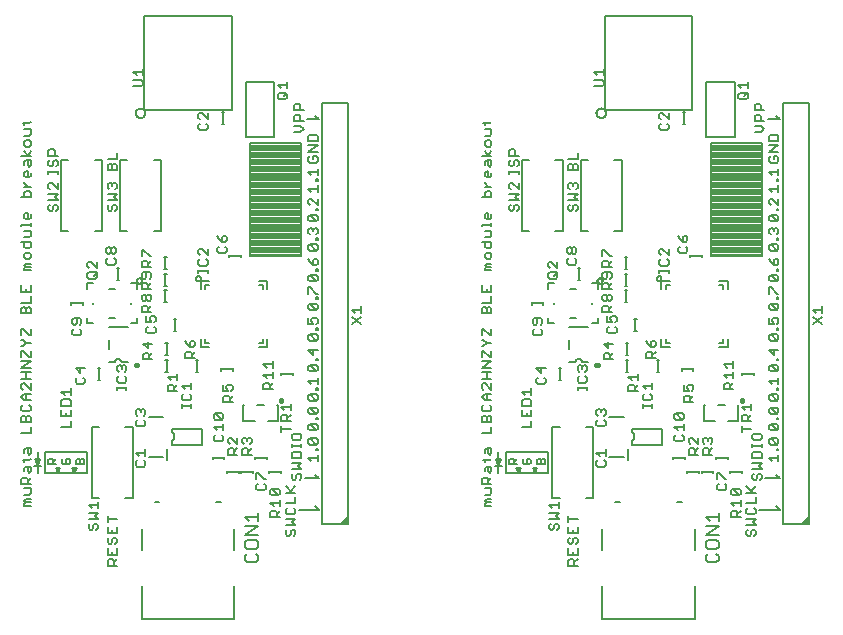
<source format=gto>
G75*
%MOIN*%
%OFA0B0*%
%FSLAX24Y24*%
%IPPOS*%
%LPD*%
%AMOC8*
5,1,8,0,0,1.08239X$1,22.5*
%
%ADD10C,0.0080*%
%ADD11C,0.0079*%
%ADD12C,0.0157*%
%ADD13C,0.0059*%
%ADD14C,0.0050*%
D10*
X007488Y007625D02*
X007488Y007782D01*
X007540Y007835D01*
X007645Y007835D01*
X007697Y007782D01*
X007697Y007625D01*
X007697Y007730D02*
X007802Y007835D01*
X007802Y007988D02*
X007488Y007988D01*
X007488Y008197D01*
X007540Y008350D02*
X007593Y008350D01*
X007645Y008403D01*
X007645Y008507D01*
X007697Y008560D01*
X007750Y008560D01*
X007802Y008507D01*
X007802Y008403D01*
X007750Y008350D01*
X007802Y008197D02*
X007802Y007988D01*
X007645Y007988D02*
X007645Y008093D01*
X007540Y008350D02*
X007488Y008403D01*
X007488Y008507D01*
X007540Y008560D01*
X007488Y008713D02*
X007802Y008713D01*
X007802Y008922D01*
X007645Y008818D02*
X007645Y008713D01*
X007488Y008713D02*
X007488Y008922D01*
X007488Y009075D02*
X007488Y009285D01*
X007488Y009180D02*
X007802Y009180D01*
X007172Y009177D02*
X007068Y009282D01*
X007172Y009387D01*
X006858Y009387D01*
X006963Y009540D02*
X006858Y009644D01*
X007172Y009644D01*
X007172Y009540D02*
X007172Y009749D01*
X007172Y009177D02*
X006858Y009177D01*
X006911Y009024D02*
X006858Y008972D01*
X006858Y008867D01*
X006911Y008815D01*
X006963Y008815D01*
X007015Y008867D01*
X007015Y008972D01*
X007068Y009024D01*
X007120Y009024D01*
X007172Y008972D01*
X007172Y008867D01*
X007120Y008815D01*
X007488Y007625D02*
X007802Y007625D01*
X004928Y009626D02*
X004719Y009626D01*
X004719Y009678D01*
X004771Y009731D01*
X004719Y009783D01*
X004771Y009835D01*
X004928Y009835D01*
X004928Y009731D02*
X004771Y009731D01*
X004719Y009988D02*
X004876Y009988D01*
X004928Y010041D01*
X004928Y010198D01*
X004719Y010198D01*
X004823Y010351D02*
X004823Y010508D01*
X004771Y010560D01*
X004666Y010560D01*
X004614Y010508D01*
X004614Y010351D01*
X004928Y010351D01*
X004823Y010456D02*
X004928Y010560D01*
X004876Y010713D02*
X004823Y010766D01*
X004823Y010923D01*
X004771Y010923D02*
X004928Y010923D01*
X004928Y010766D01*
X004876Y010713D01*
X004719Y010766D02*
X004719Y010870D01*
X004771Y010923D01*
X004719Y011076D02*
X004719Y011181D01*
X004666Y011128D02*
X004876Y011128D01*
X004928Y011181D01*
X004876Y011318D02*
X004823Y011370D01*
X004823Y011527D01*
X004771Y011527D02*
X004928Y011527D01*
X004928Y011370D01*
X004876Y011318D01*
X004719Y011370D02*
X004719Y011475D01*
X004771Y011527D01*
X004614Y012043D02*
X004928Y012043D01*
X004928Y012252D01*
X004928Y012405D02*
X004928Y012562D01*
X004876Y012615D01*
X004823Y012615D01*
X004771Y012562D01*
X004771Y012405D01*
X004614Y012405D02*
X004614Y012562D01*
X004666Y012615D01*
X004719Y012615D01*
X004771Y012562D01*
X004928Y012405D02*
X004614Y012405D01*
X004666Y012768D02*
X004876Y012768D01*
X004928Y012820D01*
X004928Y012925D01*
X004876Y012977D01*
X004928Y013130D02*
X004719Y013130D01*
X004614Y013235D01*
X004719Y013340D01*
X004928Y013340D01*
X004928Y013493D02*
X004719Y013702D01*
X004666Y013702D01*
X004614Y013650D01*
X004614Y013545D01*
X004666Y013493D01*
X004771Y013340D02*
X004771Y013130D01*
X004666Y012977D02*
X004614Y012925D01*
X004614Y012820D01*
X004666Y012768D01*
X004928Y013493D02*
X004928Y013702D01*
X004928Y013855D02*
X004614Y013855D01*
X004771Y013855D02*
X004771Y014065D01*
X004614Y014065D02*
X004928Y014065D01*
X004928Y014218D02*
X004614Y014218D01*
X004928Y014427D01*
X004614Y014427D01*
X004614Y014580D02*
X004614Y014790D01*
X004666Y014790D01*
X004876Y014580D01*
X004928Y014580D01*
X004928Y014790D01*
X004928Y015047D02*
X004771Y015047D01*
X004666Y015152D01*
X004614Y015152D01*
X004614Y015305D02*
X004614Y015515D01*
X004666Y015515D01*
X004876Y015305D01*
X004928Y015305D01*
X004928Y015515D01*
X004928Y016030D02*
X004928Y016187D01*
X004876Y016240D01*
X004823Y016240D01*
X004771Y016187D01*
X004771Y016030D01*
X004614Y016030D02*
X004614Y016187D01*
X004666Y016240D01*
X004719Y016240D01*
X004771Y016187D01*
X004928Y016030D02*
X004614Y016030D01*
X004614Y016393D02*
X004928Y016393D01*
X004928Y016602D01*
X004928Y016755D02*
X004928Y016965D01*
X004771Y016860D02*
X004771Y016755D01*
X004614Y016755D02*
X004928Y016755D01*
X004614Y016755D02*
X004614Y016965D01*
X004719Y017480D02*
X004719Y017533D01*
X004771Y017585D01*
X004719Y017637D01*
X004771Y017690D01*
X004928Y017690D01*
X004928Y017585D02*
X004771Y017585D01*
X004719Y017480D02*
X004928Y017480D01*
X004876Y017843D02*
X004928Y017895D01*
X004928Y018000D01*
X004876Y018052D01*
X004771Y018052D01*
X004719Y018000D01*
X004719Y017895D01*
X004771Y017843D01*
X004876Y017843D01*
X004876Y018205D02*
X004771Y018205D01*
X004719Y018258D01*
X004719Y018415D01*
X004614Y018415D02*
X004928Y018415D01*
X004928Y018258D01*
X004876Y018205D01*
X004876Y018568D02*
X004928Y018620D01*
X004928Y018777D01*
X004719Y018777D01*
X004614Y018930D02*
X004614Y018983D01*
X004928Y018983D01*
X004928Y019035D02*
X004928Y018930D01*
X004876Y019172D02*
X004771Y019172D01*
X004719Y019224D01*
X004719Y019329D01*
X004771Y019381D01*
X004823Y019381D01*
X004823Y019172D01*
X004876Y019172D02*
X004928Y019224D01*
X004928Y019329D01*
X004928Y019897D02*
X004928Y020054D01*
X004876Y020106D01*
X004771Y020106D01*
X004719Y020054D01*
X004719Y019897D01*
X004614Y019897D02*
X004928Y019897D01*
X004928Y020260D02*
X004719Y020260D01*
X004719Y020364D02*
X004719Y020417D01*
X004719Y020364D02*
X004823Y020260D01*
X004823Y020562D02*
X004823Y020771D01*
X004771Y020771D01*
X004719Y020719D01*
X004719Y020614D01*
X004771Y020562D01*
X004876Y020562D01*
X004928Y020614D01*
X004928Y020719D01*
X004876Y020924D02*
X004823Y020977D01*
X004823Y021134D01*
X004771Y021134D02*
X004928Y021134D01*
X004928Y020977D01*
X004876Y020924D01*
X004719Y020977D02*
X004719Y021081D01*
X004771Y021134D01*
X004823Y021287D02*
X004719Y021444D01*
X004771Y021589D02*
X004876Y021589D01*
X004928Y021641D01*
X004928Y021746D01*
X004876Y021798D01*
X004771Y021798D01*
X004719Y021746D01*
X004719Y021641D01*
X004771Y021589D01*
X004928Y021444D02*
X004823Y021287D01*
X004928Y021287D02*
X004614Y021287D01*
X004719Y021951D02*
X004876Y021951D01*
X004928Y022004D01*
X004928Y022161D01*
X004719Y022161D01*
X004719Y022314D02*
X004719Y022419D01*
X004666Y022366D02*
X004876Y022366D01*
X004928Y022419D01*
X005572Y021500D02*
X005677Y021500D01*
X005729Y021447D01*
X005729Y021290D01*
X005834Y021290D02*
X005520Y021290D01*
X005520Y021447D01*
X005572Y021500D01*
X005572Y021137D02*
X005520Y021085D01*
X005520Y020980D01*
X005572Y020928D01*
X005624Y020928D01*
X005677Y020980D01*
X005677Y021085D01*
X005729Y021137D01*
X005781Y021137D01*
X005834Y021085D01*
X005834Y020980D01*
X005781Y020928D01*
X005834Y020791D02*
X005834Y020686D01*
X005834Y020739D02*
X005520Y020739D01*
X005520Y020791D02*
X005520Y020686D01*
X005572Y020379D02*
X005520Y020327D01*
X005520Y020222D01*
X005572Y020170D01*
X005520Y020016D02*
X005834Y020016D01*
X005729Y019912D01*
X005834Y019807D01*
X005520Y019807D01*
X005572Y019654D02*
X005520Y019602D01*
X005520Y019497D01*
X005572Y019445D01*
X005624Y019445D01*
X005677Y019497D01*
X005677Y019602D01*
X005729Y019654D01*
X005781Y019654D01*
X005834Y019602D01*
X005834Y019497D01*
X005781Y019445D01*
X005834Y020170D02*
X005624Y020379D01*
X005572Y020379D01*
X005834Y020379D02*
X005834Y020170D01*
X007488Y020222D02*
X007540Y020170D01*
X007488Y020222D02*
X007488Y020327D01*
X007540Y020379D01*
X007593Y020379D01*
X007645Y020327D01*
X007697Y020379D01*
X007750Y020379D01*
X007802Y020327D01*
X007802Y020222D01*
X007750Y020170D01*
X007645Y020274D02*
X007645Y020327D01*
X007802Y020016D02*
X007488Y020016D01*
X007488Y019807D02*
X007802Y019807D01*
X007697Y019912D01*
X007802Y020016D01*
X007750Y019654D02*
X007802Y019602D01*
X007802Y019497D01*
X007750Y019445D01*
X007645Y019497D02*
X007645Y019602D01*
X007697Y019654D01*
X007750Y019654D01*
X007645Y019497D02*
X007593Y019445D01*
X007540Y019445D01*
X007488Y019497D01*
X007488Y019602D01*
X007540Y019654D01*
X007488Y020807D02*
X007488Y020964D01*
X007540Y021016D01*
X007593Y021016D01*
X007645Y020964D01*
X007645Y020807D01*
X007802Y020807D02*
X007488Y020807D01*
X007645Y020964D02*
X007697Y021016D01*
X007750Y021016D01*
X007802Y020964D01*
X007802Y020807D01*
X007802Y021170D02*
X007488Y021170D01*
X007802Y021170D02*
X007802Y021379D01*
X008354Y023602D02*
X008616Y023602D01*
X008668Y023655D01*
X008668Y023759D01*
X008616Y023812D01*
X008354Y023812D01*
X008459Y023965D02*
X008354Y024069D01*
X008668Y024069D01*
X008668Y023965D02*
X008668Y024174D01*
X010520Y022665D02*
X010520Y022560D01*
X010572Y022508D01*
X010572Y022355D02*
X010520Y022303D01*
X010520Y022198D01*
X010572Y022146D01*
X010781Y022146D01*
X010834Y022198D01*
X010834Y022303D01*
X010781Y022355D01*
X010834Y022508D02*
X010624Y022717D01*
X010572Y022717D01*
X010520Y022665D01*
X010834Y022717D02*
X010834Y022508D01*
X013157Y023222D02*
X013157Y023326D01*
X013210Y023379D01*
X013419Y023379D01*
X013471Y023326D01*
X013471Y023222D01*
X013419Y023169D01*
X013210Y023169D01*
X013157Y023222D01*
X013367Y023274D02*
X013471Y023379D01*
X013471Y023532D02*
X013471Y023741D01*
X013471Y023636D02*
X013157Y023636D01*
X013262Y023532D01*
X013761Y023017D02*
X013709Y022964D01*
X013709Y022807D01*
X014023Y022807D01*
X013918Y022807D02*
X013918Y022964D01*
X013866Y023017D01*
X013761Y023017D01*
X013761Y022654D02*
X013709Y022602D01*
X013709Y022445D01*
X014023Y022445D01*
X013918Y022445D02*
X013918Y022602D01*
X013866Y022654D01*
X013761Y022654D01*
X013709Y022292D02*
X013918Y022292D01*
X014023Y022187D01*
X013918Y022082D01*
X013709Y022082D01*
X014181Y021941D02*
X014181Y021784D01*
X014495Y021784D01*
X014495Y021941D01*
X014443Y021993D01*
X014233Y021993D01*
X014181Y021941D01*
X014181Y021631D02*
X014495Y021631D01*
X014181Y021421D01*
X014495Y021421D01*
X014443Y021268D02*
X014338Y021268D01*
X014338Y021163D01*
X014233Y021059D02*
X014443Y021059D01*
X014495Y021111D01*
X014495Y021216D01*
X014443Y021268D01*
X014233Y021268D02*
X014181Y021216D01*
X014181Y021111D01*
X014233Y021059D01*
X014181Y020735D02*
X014495Y020735D01*
X014495Y020630D02*
X014495Y020840D01*
X014286Y020630D02*
X014181Y020735D01*
X014443Y020501D02*
X014495Y020501D01*
X014495Y020449D01*
X014443Y020449D01*
X014443Y020501D01*
X014495Y020296D02*
X014495Y020086D01*
X014495Y020191D02*
X014181Y020191D01*
X014286Y020086D01*
X014286Y019855D02*
X014233Y019855D01*
X014181Y019803D01*
X014181Y019698D01*
X014233Y019646D01*
X014286Y019855D02*
X014495Y019646D01*
X014495Y019855D01*
X014495Y019517D02*
X014495Y019465D01*
X014443Y019465D01*
X014443Y019517D01*
X014495Y019517D01*
X014443Y019312D02*
X014495Y019259D01*
X014495Y019155D01*
X014443Y019102D01*
X014233Y019312D01*
X014443Y019312D01*
X014233Y019312D02*
X014181Y019259D01*
X014181Y019155D01*
X014233Y019102D01*
X014443Y019102D01*
X014443Y018871D02*
X014495Y018819D01*
X014495Y018714D01*
X014443Y018662D01*
X014443Y018533D02*
X014495Y018533D01*
X014495Y018480D01*
X014443Y018480D01*
X014443Y018533D01*
X014443Y018327D02*
X014495Y018275D01*
X014495Y018170D01*
X014443Y018118D01*
X014233Y018327D01*
X014443Y018327D01*
X014443Y018118D02*
X014233Y018118D01*
X014181Y018170D01*
X014181Y018275D01*
X014233Y018327D01*
X014233Y018662D02*
X014181Y018714D01*
X014181Y018819D01*
X014233Y018871D01*
X014286Y018871D01*
X014338Y018819D01*
X014390Y018871D01*
X014443Y018871D01*
X014338Y018819D02*
X014338Y018766D01*
X014390Y017847D02*
X014338Y017795D01*
X014338Y017638D01*
X014443Y017638D01*
X014495Y017690D01*
X014495Y017795D01*
X014443Y017847D01*
X014390Y017847D01*
X014233Y017743D02*
X014338Y017638D01*
X014233Y017743D02*
X014181Y017847D01*
X014443Y017509D02*
X014495Y017509D01*
X014495Y017457D01*
X014443Y017457D01*
X014443Y017509D01*
X014443Y017304D02*
X014495Y017251D01*
X014495Y017147D01*
X014443Y017094D01*
X014233Y017304D01*
X014443Y017304D01*
X014233Y017304D02*
X014181Y017251D01*
X014181Y017147D01*
X014233Y017094D01*
X014443Y017094D01*
X014233Y016903D02*
X014443Y016693D01*
X014495Y016693D01*
X014495Y016564D02*
X014495Y016512D01*
X014443Y016512D01*
X014443Y016564D01*
X014495Y016564D01*
X014443Y016359D02*
X014495Y016306D01*
X014495Y016202D01*
X014443Y016149D01*
X014233Y016359D01*
X014443Y016359D01*
X014443Y016149D02*
X014233Y016149D01*
X014181Y016202D01*
X014181Y016306D01*
X014233Y016359D01*
X014181Y016693D02*
X014181Y016903D01*
X014233Y016903D01*
X014181Y015879D02*
X014181Y015670D01*
X014338Y015670D01*
X014286Y015774D01*
X014286Y015827D01*
X014338Y015879D01*
X014443Y015879D01*
X014495Y015827D01*
X014495Y015722D01*
X014443Y015670D01*
X014443Y015541D02*
X014495Y015541D01*
X014495Y015488D01*
X014443Y015488D01*
X014443Y015541D01*
X014443Y015335D02*
X014495Y015283D01*
X014495Y015178D01*
X014443Y015126D01*
X014233Y015335D01*
X014443Y015335D01*
X014443Y015126D02*
X014233Y015126D01*
X014181Y015178D01*
X014181Y015283D01*
X014233Y015335D01*
X014338Y014855D02*
X014338Y014646D01*
X014181Y014803D01*
X014495Y014803D01*
X014495Y014517D02*
X014495Y014465D01*
X014443Y014465D01*
X014443Y014517D01*
X014495Y014517D01*
X014443Y014312D02*
X014495Y014259D01*
X014495Y014155D01*
X014443Y014102D01*
X014233Y014312D01*
X014443Y014312D01*
X014233Y014312D02*
X014181Y014259D01*
X014181Y014155D01*
X014233Y014102D01*
X014443Y014102D01*
X014495Y013871D02*
X014495Y013662D01*
X014495Y013766D02*
X014181Y013766D01*
X014286Y013662D01*
X014443Y013533D02*
X014495Y013533D01*
X014495Y013480D01*
X014443Y013480D01*
X014443Y013533D01*
X014443Y013327D02*
X014495Y013275D01*
X014495Y013170D01*
X014443Y013118D01*
X014233Y013327D01*
X014443Y013327D01*
X014443Y013118D02*
X014233Y013118D01*
X014181Y013170D01*
X014181Y013275D01*
X014233Y013327D01*
X014233Y012887D02*
X014443Y012677D01*
X014495Y012730D01*
X014495Y012834D01*
X014443Y012887D01*
X014233Y012887D01*
X014181Y012834D01*
X014181Y012730D01*
X014233Y012677D01*
X014443Y012677D01*
X014443Y012549D02*
X014495Y012549D01*
X014495Y012496D01*
X014443Y012496D01*
X014443Y012549D01*
X014443Y012343D02*
X014495Y012291D01*
X014495Y012186D01*
X014443Y012134D01*
X014233Y012343D01*
X014443Y012343D01*
X014443Y012134D02*
X014233Y012134D01*
X014181Y012186D01*
X014181Y012291D01*
X014233Y012343D01*
X013892Y012020D02*
X013682Y012020D01*
X013630Y011967D01*
X013630Y011863D01*
X013682Y011810D01*
X013892Y011810D01*
X013944Y011863D01*
X013944Y011967D01*
X013892Y012020D01*
X013590Y012187D02*
X013276Y012187D01*
X013276Y012082D02*
X013276Y012292D01*
X013276Y012445D02*
X013276Y012602D01*
X013328Y012654D01*
X013433Y012654D01*
X013485Y012602D01*
X013485Y012445D01*
X013590Y012445D02*
X013276Y012445D01*
X013485Y012550D02*
X013590Y012654D01*
X013590Y012807D02*
X013590Y013017D01*
X013590Y012912D02*
X013276Y012912D01*
X013380Y012807D01*
X012999Y013500D02*
X012685Y013500D01*
X012685Y013657D01*
X012737Y013709D01*
X012842Y013709D01*
X012894Y013657D01*
X012894Y013500D01*
X012894Y013604D02*
X012999Y013709D01*
X012999Y013862D02*
X012999Y014072D01*
X012999Y013967D02*
X012685Y013967D01*
X012790Y013862D01*
X012790Y014225D02*
X012685Y014329D01*
X012999Y014329D01*
X012999Y014225D02*
X012999Y014434D01*
X011660Y013602D02*
X011660Y013497D01*
X011608Y013445D01*
X011503Y013445D02*
X011451Y013549D01*
X011451Y013602D01*
X011503Y013654D01*
X011608Y013654D01*
X011660Y013602D01*
X011503Y013445D02*
X011346Y013445D01*
X011346Y013654D01*
X011399Y013292D02*
X011503Y013292D01*
X011556Y013239D01*
X011556Y013082D01*
X011660Y013082D02*
X011346Y013082D01*
X011346Y013239D01*
X011399Y013292D01*
X011556Y013187D02*
X011660Y013292D01*
X011293Y012702D02*
X011084Y012702D01*
X011293Y012493D01*
X011345Y012545D01*
X011345Y012649D01*
X011293Y012702D01*
X011084Y012702D02*
X011031Y012649D01*
X011031Y012545D01*
X011084Y012493D01*
X011293Y012493D01*
X011345Y012339D02*
X011345Y012130D01*
X011345Y012235D02*
X011031Y012235D01*
X011136Y012130D01*
X011084Y011977D02*
X011031Y011924D01*
X011031Y011820D01*
X011084Y011767D01*
X011293Y011767D01*
X011345Y011820D01*
X011345Y011924D01*
X011293Y011977D01*
X011504Y011838D02*
X011504Y011734D01*
X011556Y011681D01*
X011556Y011528D02*
X011661Y011528D01*
X011713Y011476D01*
X011713Y011319D01*
X011713Y011423D02*
X011818Y011528D01*
X011818Y011681D02*
X011609Y011891D01*
X011556Y011891D01*
X011504Y011838D01*
X011556Y011528D02*
X011504Y011476D01*
X011504Y011319D01*
X011818Y011319D01*
X011976Y011319D02*
X011976Y011476D01*
X012029Y011528D01*
X012133Y011528D01*
X012186Y011476D01*
X012186Y011319D01*
X012290Y011319D02*
X011976Y011319D01*
X012186Y011423D02*
X012290Y011528D01*
X012238Y011681D02*
X012290Y011734D01*
X012290Y011838D01*
X012238Y011891D01*
X012186Y011891D01*
X012133Y011838D01*
X012133Y011786D01*
X012133Y011838D02*
X012081Y011891D01*
X012029Y011891D01*
X011976Y011838D01*
X011976Y011734D01*
X012029Y011681D01*
X011818Y011681D02*
X011818Y011891D01*
X012449Y010710D02*
X012501Y010710D01*
X012710Y010500D01*
X012763Y010500D01*
X012710Y010347D02*
X012763Y010295D01*
X012763Y010190D01*
X012710Y010138D01*
X012501Y010138D01*
X012449Y010190D01*
X012449Y010295D01*
X012501Y010347D01*
X012449Y010500D02*
X012449Y010710D01*
X012974Y010182D02*
X013183Y009973D01*
X013235Y010025D01*
X013235Y010130D01*
X013183Y010182D01*
X012974Y010182D01*
X012921Y010130D01*
X012921Y010025D01*
X012974Y009973D01*
X013183Y009973D01*
X013235Y009820D02*
X013235Y009610D01*
X013235Y009715D02*
X012921Y009715D01*
X013026Y009610D01*
X012974Y009457D02*
X013078Y009457D01*
X013131Y009405D01*
X013131Y009248D01*
X013235Y009248D02*
X012921Y009248D01*
X012921Y009405D01*
X012974Y009457D01*
X013131Y009352D02*
X013235Y009457D01*
X013433Y009492D02*
X013433Y009387D01*
X013485Y009335D01*
X013695Y009335D01*
X013747Y009387D01*
X013747Y009492D01*
X013695Y009544D01*
X013747Y009697D02*
X013747Y009907D01*
X013747Y010060D02*
X013433Y010060D01*
X013590Y010112D02*
X013747Y010269D01*
X013735Y010481D02*
X013787Y010533D01*
X013787Y010638D01*
X013839Y010690D01*
X013892Y010690D01*
X013944Y010638D01*
X013944Y010533D01*
X013892Y010481D01*
X013735Y010481D02*
X013682Y010481D01*
X013630Y010533D01*
X013630Y010638D01*
X013682Y010690D01*
X013630Y010844D02*
X013944Y010844D01*
X013839Y010948D01*
X013944Y011053D01*
X013630Y011053D01*
X013630Y011206D02*
X013630Y011363D01*
X013682Y011415D01*
X013892Y011415D01*
X013944Y011363D01*
X013944Y011206D01*
X013630Y011206D01*
X013630Y011569D02*
X013630Y011673D01*
X013630Y011621D02*
X013944Y011621D01*
X013944Y011569D02*
X013944Y011673D01*
X014181Y011706D02*
X014181Y011811D01*
X014233Y011863D01*
X014443Y011654D01*
X014495Y011706D01*
X014495Y011811D01*
X014443Y011863D01*
X014233Y011863D01*
X014181Y011706D02*
X014233Y011654D01*
X014443Y011654D01*
X014443Y011525D02*
X014495Y011525D01*
X014495Y011473D01*
X014443Y011473D01*
X014443Y011525D01*
X014495Y011319D02*
X014495Y011110D01*
X014495Y011215D02*
X014181Y011215D01*
X014286Y011110D01*
X013433Y010269D02*
X013642Y010060D01*
X013747Y009697D02*
X013433Y009697D01*
X013485Y009544D02*
X013433Y009492D01*
X013433Y009182D02*
X013747Y009182D01*
X013642Y009077D01*
X013747Y008972D01*
X013433Y008972D01*
X013485Y008819D02*
X013433Y008767D01*
X013433Y008662D01*
X013485Y008610D01*
X013538Y008610D01*
X013590Y008662D01*
X013590Y008767D01*
X013642Y008819D01*
X013695Y008819D01*
X013747Y008767D01*
X013747Y008662D01*
X013695Y008610D01*
X012501Y008650D02*
X012081Y008650D01*
X012501Y008930D01*
X012081Y008930D01*
X012221Y009110D02*
X012081Y009250D01*
X012501Y009250D01*
X012501Y009110D02*
X012501Y009390D01*
X012431Y008470D02*
X012151Y008470D01*
X012081Y008400D01*
X012081Y008260D01*
X012151Y008189D01*
X012431Y008189D01*
X012501Y008260D01*
X012501Y008400D01*
X012431Y008470D01*
X012431Y008009D02*
X012501Y007939D01*
X012501Y007799D01*
X012431Y007729D01*
X012151Y007729D01*
X012081Y007799D01*
X012081Y007939D01*
X012151Y008009D01*
X008747Y010977D02*
X008747Y011082D01*
X008695Y011134D01*
X008747Y011288D02*
X008747Y011497D01*
X008747Y011392D02*
X008433Y011392D01*
X008538Y011288D01*
X008485Y011134D02*
X008433Y011082D01*
X008433Y010977D01*
X008485Y010925D01*
X008695Y010925D01*
X008747Y010977D01*
X008695Y012264D02*
X008747Y012316D01*
X008747Y012421D01*
X008695Y012473D01*
X008695Y012626D02*
X008747Y012679D01*
X008747Y012783D01*
X008695Y012836D01*
X008642Y012836D01*
X008590Y012783D01*
X008590Y012731D01*
X008590Y012783D02*
X008538Y012836D01*
X008485Y012836D01*
X008433Y012783D01*
X008433Y012679D01*
X008485Y012626D01*
X008485Y012473D02*
X008433Y012421D01*
X008433Y012316D01*
X008485Y012264D01*
X008695Y012264D01*
X008117Y013481D02*
X008117Y013586D01*
X008117Y013534D02*
X007803Y013534D01*
X007803Y013586D02*
X007803Y013481D01*
X007855Y013723D02*
X008065Y013723D01*
X008117Y013775D01*
X008117Y013880D01*
X008065Y013932D01*
X008065Y014086D02*
X008117Y014138D01*
X008117Y014243D01*
X008065Y014295D01*
X008012Y014295D01*
X007960Y014243D01*
X007960Y014190D01*
X007960Y014243D02*
X007908Y014295D01*
X007855Y014295D01*
X007803Y014243D01*
X007803Y014138D01*
X007855Y014086D01*
X007855Y013932D02*
X007803Y013880D01*
X007803Y013775D01*
X007855Y013723D01*
X008669Y014500D02*
X008669Y014657D01*
X008722Y014709D01*
X008826Y014709D01*
X008879Y014657D01*
X008879Y014500D01*
X008983Y014500D02*
X008669Y014500D01*
X008879Y014604D02*
X008983Y014709D01*
X008826Y014862D02*
X008669Y015019D01*
X008983Y015019D01*
X008826Y015071D02*
X008826Y014862D01*
X008840Y015374D02*
X008787Y015426D01*
X008787Y015531D01*
X008840Y015583D01*
X008787Y015736D02*
X008944Y015736D01*
X008892Y015841D01*
X008892Y015893D01*
X008944Y015946D01*
X009049Y015946D01*
X009101Y015893D01*
X009101Y015789D01*
X009049Y015736D01*
X009049Y015583D02*
X009101Y015531D01*
X009101Y015426D01*
X009049Y015374D01*
X008840Y015374D01*
X008787Y015736D02*
X008787Y015946D01*
X008839Y016083D02*
X008839Y016240D01*
X008787Y016292D01*
X008682Y016292D01*
X008630Y016240D01*
X008630Y016083D01*
X008944Y016083D01*
X008839Y016187D02*
X008944Y016292D01*
X008892Y016445D02*
X008839Y016445D01*
X008787Y016497D01*
X008787Y016602D01*
X008839Y016654D01*
X008892Y016654D01*
X008944Y016602D01*
X008944Y016497D01*
X008892Y016445D01*
X008787Y016497D02*
X008735Y016445D01*
X008682Y016445D01*
X008630Y016497D01*
X008630Y016602D01*
X008682Y016654D01*
X008735Y016654D01*
X008787Y016602D01*
X008839Y016831D02*
X008839Y016988D01*
X008787Y017040D01*
X008682Y017040D01*
X008630Y016988D01*
X008630Y016831D01*
X008944Y016831D01*
X008839Y016935D02*
X008944Y017040D01*
X008892Y017193D02*
X008944Y017245D01*
X008944Y017350D01*
X008892Y017402D01*
X008682Y017402D01*
X008630Y017350D01*
X008630Y017245D01*
X008682Y017193D01*
X008735Y017193D01*
X008787Y017245D01*
X008787Y017402D01*
X008839Y017579D02*
X008839Y017736D01*
X008787Y017788D01*
X008682Y017788D01*
X008630Y017736D01*
X008630Y017579D01*
X008944Y017579D01*
X008839Y017683D02*
X008944Y017788D01*
X008944Y017941D02*
X008892Y017941D01*
X008682Y018150D01*
X008630Y018150D01*
X008630Y017941D01*
X007763Y017814D02*
X007710Y017867D01*
X007763Y017814D02*
X007763Y017710D01*
X007710Y017657D01*
X007501Y017657D01*
X007449Y017710D01*
X007449Y017814D01*
X007501Y017867D01*
X007501Y018020D02*
X007553Y018020D01*
X007606Y018072D01*
X007606Y018177D01*
X007658Y018229D01*
X007710Y018229D01*
X007763Y018177D01*
X007763Y018072D01*
X007710Y018020D01*
X007658Y018020D01*
X007606Y018072D01*
X007606Y018177D02*
X007553Y018229D01*
X007501Y018229D01*
X007449Y018177D01*
X007449Y018072D01*
X007501Y018020D01*
X007133Y017757D02*
X007133Y017547D01*
X006924Y017757D01*
X006871Y017757D01*
X006819Y017704D01*
X006819Y017600D01*
X006871Y017547D01*
X006871Y017394D02*
X007081Y017394D01*
X007133Y017342D01*
X007133Y017237D01*
X007081Y017185D01*
X006871Y017185D01*
X006819Y017237D01*
X006819Y017342D01*
X006871Y017394D01*
X007028Y017290D02*
X007133Y017394D01*
X006569Y015867D02*
X006359Y015867D01*
X006307Y015815D01*
X006307Y015710D01*
X006359Y015658D01*
X006412Y015658D01*
X006464Y015710D01*
X006464Y015867D01*
X006569Y015867D02*
X006621Y015815D01*
X006621Y015710D01*
X006569Y015658D01*
X006569Y015505D02*
X006621Y015452D01*
X006621Y015348D01*
X006569Y015295D01*
X006359Y015295D01*
X006307Y015348D01*
X006307Y015452D01*
X006359Y015505D01*
X006582Y014253D02*
X006582Y014044D01*
X006425Y014201D01*
X006739Y014201D01*
X006687Y013890D02*
X006739Y013838D01*
X006739Y013733D01*
X006687Y013681D01*
X006477Y013681D01*
X006425Y013733D01*
X006425Y013838D01*
X006477Y013890D01*
X006267Y013529D02*
X006267Y013320D01*
X006267Y013425D02*
X005953Y013425D01*
X006057Y013320D01*
X006005Y013167D02*
X005953Y013115D01*
X005953Y012958D01*
X006267Y012958D01*
X006267Y013115D01*
X006214Y013167D01*
X006005Y013167D01*
X005953Y012804D02*
X005953Y012595D01*
X006267Y012595D01*
X006267Y012804D01*
X006110Y012700D02*
X006110Y012595D01*
X006267Y012442D02*
X006267Y012233D01*
X005953Y012233D01*
X004666Y014943D02*
X004771Y015047D01*
X004666Y014943D02*
X004614Y014943D01*
X004719Y018568D02*
X004876Y018568D01*
X010087Y015119D02*
X010139Y015014D01*
X010244Y014910D01*
X010244Y015067D01*
X010296Y015119D01*
X010348Y015119D01*
X010401Y015067D01*
X010401Y014962D01*
X010348Y014910D01*
X010244Y014910D01*
X010244Y014756D02*
X010296Y014704D01*
X010296Y014547D01*
X010401Y014547D02*
X010087Y014547D01*
X010087Y014704D01*
X010139Y014756D01*
X010244Y014756D01*
X010296Y014652D02*
X010401Y014756D01*
X009810Y014017D02*
X009810Y013807D01*
X009810Y013912D02*
X009496Y013912D01*
X009601Y013807D01*
X009653Y013654D02*
X009705Y013602D01*
X009705Y013445D01*
X009705Y013549D02*
X009810Y013654D01*
X009653Y013654D02*
X009548Y013654D01*
X009496Y013602D01*
X009496Y013445D01*
X009810Y013445D01*
X009968Y013600D02*
X010282Y013600D01*
X010282Y013704D02*
X010282Y013495D01*
X010230Y013342D02*
X010282Y013290D01*
X010282Y013185D01*
X010230Y013133D01*
X010021Y013133D01*
X009968Y013185D01*
X009968Y013290D01*
X010021Y013342D01*
X010073Y013495D02*
X009968Y013600D01*
X009968Y012996D02*
X009968Y012891D01*
X009968Y012943D02*
X010282Y012943D01*
X010282Y012891D02*
X010282Y012996D01*
X010520Y017379D02*
X010520Y017484D01*
X010520Y017431D02*
X010834Y017431D01*
X010834Y017379D02*
X010834Y017484D01*
X010781Y017621D02*
X010834Y017673D01*
X010834Y017778D01*
X010781Y017830D01*
X010834Y017983D02*
X010624Y018193D01*
X010572Y018193D01*
X010520Y018140D01*
X010520Y018036D01*
X010572Y017983D01*
X010572Y017830D02*
X010520Y017778D01*
X010520Y017673D01*
X010572Y017621D01*
X010781Y017621D01*
X010834Y017983D02*
X010834Y018193D01*
X011150Y018208D02*
X011150Y018103D01*
X011202Y018051D01*
X011411Y018051D01*
X011464Y018103D01*
X011464Y018208D01*
X011411Y018260D01*
X011411Y018414D02*
X011464Y018466D01*
X011464Y018571D01*
X011411Y018623D01*
X011359Y018623D01*
X011307Y018571D01*
X011307Y018414D01*
X011411Y018414D01*
X011307Y018414D02*
X011202Y018518D01*
X011150Y018623D01*
X011202Y018260D02*
X011150Y018208D01*
X015638Y016156D02*
X015952Y016156D01*
X015952Y016051D02*
X015952Y016261D01*
X015742Y016051D02*
X015638Y016156D01*
X015638Y015898D02*
X015952Y015689D01*
X015952Y015898D02*
X015638Y015689D01*
X019968Y015515D02*
X019968Y015305D01*
X019968Y015152D02*
X020021Y015152D01*
X020125Y015047D01*
X020282Y015047D01*
X020125Y015047D02*
X020021Y014943D01*
X019968Y014943D01*
X019968Y014790D02*
X020021Y014790D01*
X020230Y014580D01*
X020282Y014580D01*
X020282Y014790D01*
X019968Y014790D02*
X019968Y014580D01*
X019968Y014427D02*
X020282Y014427D01*
X019968Y014218D01*
X020282Y014218D01*
X020282Y014065D02*
X019968Y014065D01*
X020125Y014065D02*
X020125Y013855D01*
X020282Y013855D02*
X019968Y013855D01*
X020021Y013702D02*
X019968Y013650D01*
X019968Y013545D01*
X020021Y013493D01*
X020073Y013340D02*
X020282Y013340D01*
X020282Y013493D02*
X020073Y013702D01*
X020021Y013702D01*
X020282Y013702D02*
X020282Y013493D01*
X020125Y013340D02*
X020125Y013130D01*
X020073Y013130D02*
X019968Y013235D01*
X020073Y013340D01*
X020073Y013130D02*
X020282Y013130D01*
X020230Y012977D02*
X020282Y012925D01*
X020282Y012820D01*
X020230Y012768D01*
X020021Y012768D01*
X019968Y012820D01*
X019968Y012925D01*
X020021Y012977D01*
X020021Y012615D02*
X020073Y012615D01*
X020125Y012562D01*
X020125Y012405D01*
X019968Y012405D02*
X019968Y012562D01*
X020021Y012615D01*
X020125Y012562D02*
X020178Y012615D01*
X020230Y012615D01*
X020282Y012562D01*
X020282Y012405D01*
X019968Y012405D01*
X020282Y012252D02*
X020282Y012043D01*
X019968Y012043D01*
X020125Y011527D02*
X020282Y011527D01*
X020282Y011370D01*
X020230Y011318D01*
X020178Y011370D01*
X020178Y011527D01*
X020125Y011527D02*
X020073Y011475D01*
X020073Y011370D01*
X020073Y011181D02*
X020073Y011076D01*
X020021Y011128D02*
X020230Y011128D01*
X020282Y011181D01*
X020282Y010923D02*
X020125Y010923D01*
X020073Y010870D01*
X020073Y010766D01*
X020178Y010766D02*
X020178Y010923D01*
X020282Y010923D02*
X020282Y010766D01*
X020230Y010713D01*
X020178Y010766D01*
X020125Y010560D02*
X020178Y010508D01*
X020178Y010351D01*
X020282Y010351D02*
X019968Y010351D01*
X019968Y010508D01*
X020021Y010560D01*
X020125Y010560D01*
X020178Y010456D02*
X020282Y010560D01*
X020282Y010198D02*
X020073Y010198D01*
X020282Y010198D02*
X020282Y010041D01*
X020230Y009988D01*
X020073Y009988D01*
X020125Y009835D02*
X020282Y009835D01*
X020282Y009731D02*
X020125Y009731D01*
X020073Y009783D01*
X020125Y009835D01*
X020125Y009731D02*
X020073Y009678D01*
X020073Y009626D01*
X020282Y009626D01*
X022213Y009644D02*
X022527Y009644D01*
X022527Y009540D02*
X022527Y009749D01*
X022317Y009540D02*
X022213Y009644D01*
X022213Y009387D02*
X022527Y009387D01*
X022422Y009282D01*
X022527Y009177D01*
X022213Y009177D01*
X022265Y009024D02*
X022213Y008972D01*
X022213Y008867D01*
X022265Y008815D01*
X022317Y008815D01*
X022370Y008867D01*
X022370Y008972D01*
X022422Y009024D01*
X022474Y009024D01*
X022527Y008972D01*
X022527Y008867D01*
X022474Y008815D01*
X022842Y008713D02*
X022842Y008922D01*
X022842Y009075D02*
X022842Y009285D01*
X022842Y009180D02*
X023156Y009180D01*
X023156Y008922D02*
X023156Y008713D01*
X022842Y008713D01*
X022999Y008713D02*
X022999Y008818D01*
X023052Y008560D02*
X023104Y008560D01*
X023156Y008507D01*
X023156Y008403D01*
X023104Y008350D01*
X022999Y008403D02*
X022999Y008507D01*
X023052Y008560D01*
X022895Y008560D02*
X022842Y008507D01*
X022842Y008403D01*
X022895Y008350D01*
X022947Y008350D01*
X022999Y008403D01*
X022842Y008197D02*
X022842Y007988D01*
X023156Y007988D01*
X023156Y008197D01*
X022999Y008093D02*
X022999Y007988D01*
X022999Y007835D02*
X022895Y007835D01*
X022842Y007782D01*
X022842Y007625D01*
X023156Y007625D01*
X023052Y007625D02*
X023052Y007782D01*
X022999Y007835D01*
X023052Y007730D02*
X023156Y007835D01*
X023840Y010925D02*
X024049Y010925D01*
X024101Y010977D01*
X024101Y011082D01*
X024049Y011134D01*
X024101Y011288D02*
X024101Y011497D01*
X024101Y011392D02*
X023787Y011392D01*
X023892Y011288D01*
X023840Y011134D02*
X023787Y011082D01*
X023787Y010977D01*
X023840Y010925D01*
X023840Y012264D02*
X024049Y012264D01*
X024101Y012316D01*
X024101Y012421D01*
X024049Y012473D01*
X024049Y012626D02*
X024101Y012679D01*
X024101Y012783D01*
X024049Y012836D01*
X023997Y012836D01*
X023944Y012783D01*
X023944Y012731D01*
X023944Y012783D02*
X023892Y012836D01*
X023840Y012836D01*
X023787Y012783D01*
X023787Y012679D01*
X023840Y012626D01*
X023840Y012473D02*
X023787Y012421D01*
X023787Y012316D01*
X023840Y012264D01*
X023471Y013481D02*
X023471Y013586D01*
X023471Y013534D02*
X023157Y013534D01*
X023157Y013586D02*
X023157Y013481D01*
X023210Y013723D02*
X023419Y013723D01*
X023471Y013775D01*
X023471Y013880D01*
X023419Y013932D01*
X023419Y014086D02*
X023471Y014138D01*
X023471Y014243D01*
X023419Y014295D01*
X023367Y014295D01*
X023314Y014243D01*
X023314Y014190D01*
X023314Y014243D02*
X023262Y014295D01*
X023210Y014295D01*
X023157Y014243D01*
X023157Y014138D01*
X023210Y014086D01*
X023210Y013932D02*
X023157Y013880D01*
X023157Y013775D01*
X023210Y013723D01*
X024024Y014500D02*
X024024Y014657D01*
X024076Y014709D01*
X024181Y014709D01*
X024233Y014657D01*
X024233Y014500D01*
X024233Y014604D02*
X024338Y014709D01*
X024338Y014500D02*
X024024Y014500D01*
X024181Y014862D02*
X024024Y015019D01*
X024338Y015019D01*
X024181Y015071D02*
X024181Y014862D01*
X024194Y015374D02*
X024403Y015374D01*
X024456Y015426D01*
X024456Y015531D01*
X024403Y015583D01*
X024403Y015736D02*
X024456Y015789D01*
X024456Y015893D01*
X024403Y015946D01*
X024299Y015946D01*
X024246Y015893D01*
X024246Y015841D01*
X024299Y015736D01*
X024142Y015736D01*
X024142Y015946D01*
X024194Y016083D02*
X024194Y016240D01*
X024141Y016292D01*
X024037Y016292D01*
X023984Y016240D01*
X023984Y016083D01*
X024298Y016083D01*
X024194Y016187D02*
X024298Y016292D01*
X024246Y016445D02*
X024194Y016445D01*
X024141Y016497D01*
X024141Y016602D01*
X024194Y016654D01*
X024246Y016654D01*
X024298Y016602D01*
X024298Y016497D01*
X024246Y016445D01*
X024141Y016497D02*
X024089Y016445D01*
X024037Y016445D01*
X023984Y016497D01*
X023984Y016602D01*
X024037Y016654D01*
X024089Y016654D01*
X024141Y016602D01*
X024194Y016831D02*
X024194Y016988D01*
X024141Y017040D01*
X024037Y017040D01*
X023984Y016988D01*
X023984Y016831D01*
X024298Y016831D01*
X024194Y016935D02*
X024298Y017040D01*
X024246Y017193D02*
X024298Y017245D01*
X024298Y017350D01*
X024246Y017402D01*
X024037Y017402D01*
X023984Y017350D01*
X023984Y017245D01*
X024037Y017193D01*
X024089Y017193D01*
X024141Y017245D01*
X024141Y017402D01*
X024194Y017579D02*
X024194Y017736D01*
X024141Y017788D01*
X024037Y017788D01*
X023984Y017736D01*
X023984Y017579D01*
X024298Y017579D01*
X024194Y017683D02*
X024298Y017788D01*
X024298Y017941D02*
X024246Y017941D01*
X024037Y018150D01*
X023984Y018150D01*
X023984Y017941D01*
X023117Y017814D02*
X023065Y017867D01*
X023117Y017814D02*
X023117Y017710D01*
X023065Y017657D01*
X022855Y017657D01*
X022803Y017710D01*
X022803Y017814D01*
X022855Y017867D01*
X022855Y018020D02*
X022908Y018020D01*
X022960Y018072D01*
X022960Y018177D01*
X023012Y018229D01*
X023065Y018229D01*
X023117Y018177D01*
X023117Y018072D01*
X023065Y018020D01*
X023012Y018020D01*
X022960Y018072D01*
X022960Y018177D02*
X022908Y018229D01*
X022855Y018229D01*
X022803Y018177D01*
X022803Y018072D01*
X022855Y018020D01*
X022487Y017757D02*
X022487Y017547D01*
X022278Y017757D01*
X022226Y017757D01*
X022173Y017704D01*
X022173Y017600D01*
X022226Y017547D01*
X022226Y017394D02*
X022435Y017394D01*
X022487Y017342D01*
X022487Y017237D01*
X022435Y017185D01*
X022226Y017185D01*
X022173Y017237D01*
X022173Y017342D01*
X022226Y017394D01*
X022383Y017290D02*
X022487Y017394D01*
X021923Y015867D02*
X021714Y015867D01*
X021661Y015815D01*
X021661Y015710D01*
X021714Y015658D01*
X021766Y015658D01*
X021818Y015710D01*
X021818Y015867D01*
X021923Y015867D02*
X021975Y015815D01*
X021975Y015710D01*
X021923Y015658D01*
X021923Y015505D02*
X021975Y015452D01*
X021975Y015348D01*
X021923Y015295D01*
X021714Y015295D01*
X021661Y015348D01*
X021661Y015452D01*
X021714Y015505D01*
X020282Y015515D02*
X020282Y015305D01*
X020230Y015305D01*
X020021Y015515D01*
X019968Y015515D01*
X019968Y016030D02*
X019968Y016187D01*
X020021Y016240D01*
X020073Y016240D01*
X020125Y016187D01*
X020125Y016030D01*
X020282Y016030D02*
X019968Y016030D01*
X020125Y016187D02*
X020178Y016240D01*
X020230Y016240D01*
X020282Y016187D01*
X020282Y016030D01*
X020282Y016393D02*
X019968Y016393D01*
X020282Y016393D02*
X020282Y016602D01*
X020282Y016755D02*
X019968Y016755D01*
X019968Y016965D01*
X020125Y016860D02*
X020125Y016755D01*
X020282Y016755D02*
X020282Y016965D01*
X020282Y017480D02*
X020073Y017480D01*
X020073Y017533D01*
X020125Y017585D01*
X020073Y017637D01*
X020125Y017690D01*
X020282Y017690D01*
X020282Y017585D02*
X020125Y017585D01*
X020125Y017843D02*
X020230Y017843D01*
X020282Y017895D01*
X020282Y018000D01*
X020230Y018052D01*
X020125Y018052D01*
X020073Y018000D01*
X020073Y017895D01*
X020125Y017843D01*
X020125Y018205D02*
X020073Y018258D01*
X020073Y018415D01*
X019968Y018415D02*
X020282Y018415D01*
X020282Y018258D01*
X020230Y018205D01*
X020125Y018205D01*
X020073Y018568D02*
X020230Y018568D01*
X020282Y018620D01*
X020282Y018777D01*
X020073Y018777D01*
X019968Y018930D02*
X019968Y018983D01*
X020282Y018983D01*
X020282Y019035D02*
X020282Y018930D01*
X020230Y019172D02*
X020125Y019172D01*
X020073Y019224D01*
X020073Y019329D01*
X020125Y019381D01*
X020178Y019381D01*
X020178Y019172D01*
X020230Y019172D02*
X020282Y019224D01*
X020282Y019329D01*
X020874Y019497D02*
X020874Y019602D01*
X020926Y019654D01*
X021031Y019602D02*
X021031Y019497D01*
X020979Y019445D01*
X020926Y019445D01*
X020874Y019497D01*
X021031Y019602D02*
X021083Y019654D01*
X021136Y019654D01*
X021188Y019602D01*
X021188Y019497D01*
X021136Y019445D01*
X021188Y019807D02*
X020874Y019807D01*
X020874Y020016D02*
X021188Y020016D01*
X021083Y019912D01*
X021188Y019807D01*
X021188Y020170D02*
X020979Y020379D01*
X020926Y020379D01*
X020874Y020327D01*
X020874Y020222D01*
X020926Y020170D01*
X021188Y020170D02*
X021188Y020379D01*
X021188Y020686D02*
X021188Y020791D01*
X021188Y020739D02*
X020874Y020739D01*
X020874Y020791D02*
X020874Y020686D01*
X020926Y020928D02*
X020979Y020928D01*
X021031Y020980D01*
X021031Y021085D01*
X021083Y021137D01*
X021136Y021137D01*
X021188Y021085D01*
X021188Y020980D01*
X021136Y020928D01*
X020926Y020928D02*
X020874Y020980D01*
X020874Y021085D01*
X020926Y021137D01*
X020874Y021290D02*
X020874Y021447D01*
X020926Y021500D01*
X021031Y021500D01*
X021083Y021447D01*
X021083Y021290D01*
X021188Y021290D02*
X020874Y021290D01*
X020282Y021287D02*
X019968Y021287D01*
X020073Y021444D02*
X020178Y021287D01*
X020282Y021444D01*
X020230Y021589D02*
X020282Y021641D01*
X020282Y021746D01*
X020230Y021798D01*
X020125Y021798D01*
X020073Y021746D01*
X020073Y021641D01*
X020125Y021589D01*
X020230Y021589D01*
X020230Y021951D02*
X020282Y022004D01*
X020282Y022161D01*
X020073Y022161D01*
X020073Y022314D02*
X020073Y022419D01*
X020021Y022366D02*
X020230Y022366D01*
X020282Y022419D01*
X020230Y021951D02*
X020073Y021951D01*
X020125Y021134D02*
X020282Y021134D01*
X020282Y020977D01*
X020230Y020924D01*
X020178Y020977D01*
X020178Y021134D01*
X020125Y021134D02*
X020073Y021081D01*
X020073Y020977D01*
X020125Y020771D02*
X020178Y020771D01*
X020178Y020562D01*
X020230Y020562D02*
X020125Y020562D01*
X020073Y020614D01*
X020073Y020719D01*
X020125Y020771D01*
X020282Y020719D02*
X020282Y020614D01*
X020230Y020562D01*
X020073Y020417D02*
X020073Y020364D01*
X020178Y020260D01*
X020282Y020260D02*
X020073Y020260D01*
X020125Y020106D02*
X020073Y020054D01*
X020073Y019897D01*
X019968Y019897D02*
X020282Y019897D01*
X020282Y020054D01*
X020230Y020106D01*
X020125Y020106D01*
X022842Y020016D02*
X023156Y020016D01*
X023052Y019912D01*
X023156Y019807D01*
X022842Y019807D01*
X022895Y019654D02*
X022842Y019602D01*
X022842Y019497D01*
X022895Y019445D01*
X022947Y019445D01*
X022999Y019497D01*
X022999Y019602D01*
X023052Y019654D01*
X023104Y019654D01*
X023156Y019602D01*
X023156Y019497D01*
X023104Y019445D01*
X023104Y020170D02*
X023156Y020222D01*
X023156Y020327D01*
X023104Y020379D01*
X023052Y020379D01*
X022999Y020327D01*
X022999Y020274D01*
X022999Y020327D02*
X022947Y020379D01*
X022895Y020379D01*
X022842Y020327D01*
X022842Y020222D01*
X022895Y020170D01*
X022842Y020807D02*
X022842Y020964D01*
X022895Y021016D01*
X022947Y021016D01*
X022999Y020964D01*
X022999Y020807D01*
X023156Y020807D02*
X022842Y020807D01*
X022999Y020964D02*
X023052Y021016D01*
X023104Y021016D01*
X023156Y020964D01*
X023156Y020807D01*
X023156Y021170D02*
X022842Y021170D01*
X023156Y021170D02*
X023156Y021379D01*
X023709Y023602D02*
X023970Y023602D01*
X024023Y023655D01*
X024023Y023759D01*
X023970Y023812D01*
X023709Y023812D01*
X023813Y023965D02*
X023709Y024069D01*
X024023Y024069D01*
X024023Y023965D02*
X024023Y024174D01*
X025874Y022665D02*
X025874Y022560D01*
X025926Y022508D01*
X025926Y022355D02*
X025874Y022303D01*
X025874Y022198D01*
X025926Y022146D01*
X026136Y022146D01*
X026188Y022198D01*
X026188Y022303D01*
X026136Y022355D01*
X026188Y022508D02*
X025979Y022717D01*
X025926Y022717D01*
X025874Y022665D01*
X026188Y022717D02*
X026188Y022508D01*
X028512Y023222D02*
X028512Y023326D01*
X028564Y023379D01*
X028773Y023379D01*
X028826Y023326D01*
X028826Y023222D01*
X028773Y023169D01*
X028564Y023169D01*
X028512Y023222D01*
X028721Y023274D02*
X028826Y023379D01*
X028826Y023532D02*
X028826Y023741D01*
X028826Y023636D02*
X028512Y023636D01*
X028616Y023532D01*
X029115Y023017D02*
X029220Y023017D01*
X029272Y022964D01*
X029272Y022807D01*
X029377Y022807D02*
X029063Y022807D01*
X029063Y022964D01*
X029115Y023017D01*
X029115Y022654D02*
X029220Y022654D01*
X029272Y022602D01*
X029272Y022445D01*
X029377Y022445D02*
X029063Y022445D01*
X029063Y022602D01*
X029115Y022654D01*
X029063Y022292D02*
X029272Y022292D01*
X029377Y022187D01*
X029272Y022082D01*
X029063Y022082D01*
X029535Y021941D02*
X029535Y021784D01*
X029849Y021784D01*
X029849Y021941D01*
X029797Y021993D01*
X029588Y021993D01*
X029535Y021941D01*
X029535Y021631D02*
X029849Y021631D01*
X029535Y021421D01*
X029849Y021421D01*
X029797Y021268D02*
X029849Y021216D01*
X029849Y021111D01*
X029797Y021059D01*
X029588Y021059D01*
X029535Y021111D01*
X029535Y021216D01*
X029588Y021268D01*
X029692Y021268D02*
X029692Y021163D01*
X029692Y021268D02*
X029797Y021268D01*
X029849Y020840D02*
X029849Y020630D01*
X029849Y020735D02*
X029535Y020735D01*
X029640Y020630D01*
X029797Y020501D02*
X029849Y020501D01*
X029849Y020449D01*
X029797Y020449D01*
X029797Y020501D01*
X029849Y020296D02*
X029849Y020086D01*
X029849Y020191D02*
X029535Y020191D01*
X029640Y020086D01*
X029640Y019855D02*
X029588Y019855D01*
X029535Y019803D01*
X029535Y019698D01*
X029588Y019646D01*
X029640Y019855D02*
X029849Y019646D01*
X029849Y019855D01*
X029849Y019517D02*
X029797Y019517D01*
X029797Y019465D01*
X029849Y019465D01*
X029849Y019517D01*
X029797Y019312D02*
X029849Y019259D01*
X029849Y019155D01*
X029797Y019102D01*
X029588Y019312D01*
X029797Y019312D01*
X029588Y019312D02*
X029535Y019259D01*
X029535Y019155D01*
X029588Y019102D01*
X029797Y019102D01*
X029797Y018871D02*
X029849Y018819D01*
X029849Y018714D01*
X029797Y018662D01*
X029797Y018533D02*
X029849Y018533D01*
X029849Y018480D01*
X029797Y018480D01*
X029797Y018533D01*
X029797Y018327D02*
X029849Y018275D01*
X029849Y018170D01*
X029797Y018118D01*
X029588Y018327D01*
X029797Y018327D01*
X029797Y018118D02*
X029588Y018118D01*
X029535Y018170D01*
X029535Y018275D01*
X029588Y018327D01*
X029588Y018662D02*
X029535Y018714D01*
X029535Y018819D01*
X029588Y018871D01*
X029640Y018871D01*
X029692Y018819D01*
X029745Y018871D01*
X029797Y018871D01*
X029692Y018819D02*
X029692Y018766D01*
X029745Y017847D02*
X029692Y017795D01*
X029692Y017638D01*
X029797Y017638D01*
X029849Y017690D01*
X029849Y017795D01*
X029797Y017847D01*
X029745Y017847D01*
X029588Y017743D02*
X029692Y017638D01*
X029588Y017743D02*
X029535Y017847D01*
X029797Y017509D02*
X029849Y017509D01*
X029849Y017457D01*
X029797Y017457D01*
X029797Y017509D01*
X029797Y017304D02*
X029849Y017251D01*
X029849Y017147D01*
X029797Y017094D01*
X029588Y017304D01*
X029797Y017304D01*
X029588Y017304D02*
X029535Y017251D01*
X029535Y017147D01*
X029588Y017094D01*
X029797Y017094D01*
X029588Y016903D02*
X029797Y016693D01*
X029849Y016693D01*
X029849Y016564D02*
X029849Y016512D01*
X029797Y016512D01*
X029797Y016564D01*
X029849Y016564D01*
X029797Y016359D02*
X029849Y016306D01*
X029849Y016202D01*
X029797Y016149D01*
X029588Y016359D01*
X029797Y016359D01*
X029588Y016359D02*
X029535Y016306D01*
X029535Y016202D01*
X029588Y016149D01*
X029797Y016149D01*
X029797Y015879D02*
X029849Y015827D01*
X029849Y015722D01*
X029797Y015670D01*
X029692Y015670D02*
X029640Y015774D01*
X029640Y015827D01*
X029692Y015879D01*
X029797Y015879D01*
X029692Y015670D02*
X029535Y015670D01*
X029535Y015879D01*
X029797Y015541D02*
X029849Y015541D01*
X029849Y015488D01*
X029797Y015488D01*
X029797Y015541D01*
X029797Y015335D02*
X029849Y015283D01*
X029849Y015178D01*
X029797Y015126D01*
X029588Y015335D01*
X029797Y015335D01*
X029797Y015126D02*
X029588Y015126D01*
X029535Y015178D01*
X029535Y015283D01*
X029588Y015335D01*
X029692Y014855D02*
X029692Y014646D01*
X029535Y014803D01*
X029849Y014803D01*
X029849Y014517D02*
X029797Y014517D01*
X029797Y014465D01*
X029849Y014465D01*
X029849Y014517D01*
X029797Y014312D02*
X029849Y014259D01*
X029849Y014155D01*
X029797Y014102D01*
X029588Y014312D01*
X029797Y014312D01*
X029588Y014312D02*
X029535Y014259D01*
X029535Y014155D01*
X029588Y014102D01*
X029797Y014102D01*
X029849Y013871D02*
X029849Y013662D01*
X029849Y013766D02*
X029535Y013766D01*
X029640Y013662D01*
X029797Y013533D02*
X029849Y013533D01*
X029849Y013480D01*
X029797Y013480D01*
X029797Y013533D01*
X029797Y013327D02*
X029849Y013275D01*
X029849Y013170D01*
X029797Y013118D01*
X029588Y013327D01*
X029797Y013327D01*
X029797Y013118D02*
X029588Y013118D01*
X029535Y013170D01*
X029535Y013275D01*
X029588Y013327D01*
X029588Y012887D02*
X029797Y012677D01*
X029849Y012730D01*
X029849Y012834D01*
X029797Y012887D01*
X029588Y012887D01*
X029535Y012834D01*
X029535Y012730D01*
X029588Y012677D01*
X029797Y012677D01*
X029797Y012549D02*
X029849Y012549D01*
X029849Y012496D01*
X029797Y012496D01*
X029797Y012549D01*
X029797Y012343D02*
X029849Y012291D01*
X029849Y012186D01*
X029797Y012134D01*
X029588Y012343D01*
X029797Y012343D01*
X029588Y012343D02*
X029535Y012291D01*
X029535Y012186D01*
X029588Y012134D01*
X029797Y012134D01*
X029797Y011863D02*
X029849Y011811D01*
X029849Y011706D01*
X029797Y011654D01*
X029588Y011863D01*
X029797Y011863D01*
X029797Y011654D02*
X029588Y011654D01*
X029535Y011706D01*
X029535Y011811D01*
X029588Y011863D01*
X029298Y011863D02*
X029298Y011967D01*
X029246Y012020D01*
X029037Y012020D01*
X028984Y011967D01*
X028984Y011863D01*
X029037Y011810D01*
X029246Y011810D01*
X029298Y011863D01*
X029298Y011673D02*
X029298Y011569D01*
X029298Y011621D02*
X028984Y011621D01*
X028984Y011569D02*
X028984Y011673D01*
X029037Y011415D02*
X028984Y011363D01*
X028984Y011206D01*
X029298Y011206D01*
X029298Y011363D01*
X029246Y011415D01*
X029037Y011415D01*
X028984Y011053D02*
X029298Y011053D01*
X029194Y010948D01*
X029298Y010844D01*
X028984Y010844D01*
X029037Y010690D02*
X028984Y010638D01*
X028984Y010533D01*
X029037Y010481D01*
X029089Y010481D01*
X029141Y010533D01*
X029141Y010638D01*
X029194Y010690D01*
X029246Y010690D01*
X029298Y010638D01*
X029298Y010533D01*
X029246Y010481D01*
X029101Y010269D02*
X028944Y010112D01*
X028997Y010060D02*
X028787Y010269D01*
X028787Y010060D02*
X029101Y010060D01*
X029101Y009907D02*
X029101Y009697D01*
X028787Y009697D01*
X028840Y009544D02*
X028787Y009492D01*
X028787Y009387D01*
X028840Y009335D01*
X029049Y009335D01*
X029101Y009387D01*
X029101Y009492D01*
X029049Y009544D01*
X029101Y009182D02*
X028787Y009182D01*
X028590Y009248D02*
X028276Y009248D01*
X028276Y009405D01*
X028328Y009457D01*
X028433Y009457D01*
X028485Y009405D01*
X028485Y009248D01*
X028485Y009352D02*
X028590Y009457D01*
X028590Y009610D02*
X028590Y009820D01*
X028590Y009715D02*
X028276Y009715D01*
X028380Y009610D01*
X028328Y009973D02*
X028276Y010025D01*
X028276Y010130D01*
X028328Y010182D01*
X028537Y009973D01*
X028590Y010025D01*
X028590Y010130D01*
X028537Y010182D01*
X028328Y010182D01*
X028328Y009973D02*
X028537Y009973D01*
X028117Y010190D02*
X028117Y010295D01*
X028065Y010347D01*
X028065Y010500D02*
X027855Y010710D01*
X027803Y010710D01*
X027803Y010500D01*
X027855Y010347D02*
X027803Y010295D01*
X027803Y010190D01*
X027855Y010138D01*
X028065Y010138D01*
X028117Y010190D01*
X028117Y010500D02*
X028065Y010500D01*
X027645Y011319D02*
X027331Y011319D01*
X027331Y011476D01*
X027383Y011528D01*
X027488Y011528D01*
X027540Y011476D01*
X027540Y011319D01*
X027540Y011423D02*
X027645Y011528D01*
X027592Y011681D02*
X027645Y011734D01*
X027645Y011838D01*
X027592Y011891D01*
X027540Y011891D01*
X027488Y011838D01*
X027488Y011786D01*
X027488Y011838D02*
X027435Y011891D01*
X027383Y011891D01*
X027331Y011838D01*
X027331Y011734D01*
X027383Y011681D01*
X027172Y011681D02*
X026963Y011891D01*
X026911Y011891D01*
X026858Y011838D01*
X026858Y011734D01*
X026911Y011681D01*
X026911Y011528D02*
X027015Y011528D01*
X027068Y011476D01*
X027068Y011319D01*
X027172Y011319D02*
X026858Y011319D01*
X026858Y011476D01*
X026911Y011528D01*
X027068Y011423D02*
X027172Y011528D01*
X027172Y011681D02*
X027172Y011891D01*
X026700Y011924D02*
X026647Y011977D01*
X026700Y011924D02*
X026700Y011820D01*
X026647Y011767D01*
X026438Y011767D01*
X026386Y011820D01*
X026386Y011924D01*
X026438Y011977D01*
X026490Y012130D02*
X026386Y012235D01*
X026700Y012235D01*
X026700Y012339D02*
X026700Y012130D01*
X026647Y012493D02*
X026438Y012702D01*
X026647Y012702D01*
X026700Y012649D01*
X026700Y012545D01*
X026647Y012493D01*
X026438Y012493D01*
X026386Y012545D01*
X026386Y012649D01*
X026438Y012702D01*
X026701Y013082D02*
X026701Y013239D01*
X026753Y013292D01*
X026858Y013292D01*
X026910Y013239D01*
X026910Y013082D01*
X027015Y013082D02*
X026701Y013082D01*
X026910Y013187D02*
X027015Y013292D01*
X026962Y013445D02*
X027015Y013497D01*
X027015Y013602D01*
X026962Y013654D01*
X026858Y013654D01*
X026805Y013602D01*
X026805Y013549D01*
X026858Y013445D01*
X026701Y013445D01*
X026701Y013654D01*
X025637Y013704D02*
X025637Y013495D01*
X025637Y013600D02*
X025323Y013600D01*
X025427Y013495D01*
X025375Y013342D02*
X025323Y013290D01*
X025323Y013185D01*
X025375Y013133D01*
X025584Y013133D01*
X025637Y013185D01*
X025637Y013290D01*
X025584Y013342D01*
X025637Y012996D02*
X025637Y012891D01*
X025637Y012943D02*
X025323Y012943D01*
X025323Y012891D02*
X025323Y012996D01*
X025164Y013445D02*
X024850Y013445D01*
X024850Y013602D01*
X024903Y013654D01*
X025007Y013654D01*
X025060Y013602D01*
X025060Y013445D01*
X025060Y013549D02*
X025164Y013654D01*
X025164Y013807D02*
X025164Y014017D01*
X025164Y013912D02*
X024850Y013912D01*
X024955Y013807D01*
X025441Y014547D02*
X025441Y014704D01*
X025493Y014756D01*
X025598Y014756D01*
X025650Y014704D01*
X025650Y014547D01*
X025650Y014652D02*
X025755Y014756D01*
X025703Y014910D02*
X025598Y014910D01*
X025598Y015067D01*
X025650Y015119D01*
X025703Y015119D01*
X025755Y015067D01*
X025755Y014962D01*
X025703Y014910D01*
X025598Y014910D02*
X025493Y015014D01*
X025441Y015119D01*
X025441Y014547D02*
X025755Y014547D01*
X024194Y015374D02*
X024142Y015426D01*
X024142Y015531D01*
X024194Y015583D01*
X025874Y017379D02*
X025874Y017484D01*
X025874Y017431D02*
X026188Y017431D01*
X026188Y017379D02*
X026188Y017484D01*
X026136Y017621D02*
X026188Y017673D01*
X026188Y017778D01*
X026136Y017830D01*
X026188Y017983D02*
X025979Y018193D01*
X025926Y018193D01*
X025874Y018140D01*
X025874Y018036D01*
X025926Y017983D01*
X025926Y017830D02*
X025874Y017778D01*
X025874Y017673D01*
X025926Y017621D01*
X026136Y017621D01*
X026188Y017983D02*
X026188Y018193D01*
X026504Y018208D02*
X026504Y018103D01*
X026556Y018051D01*
X026766Y018051D01*
X026818Y018103D01*
X026818Y018208D01*
X026766Y018260D01*
X026766Y018414D02*
X026661Y018414D01*
X026661Y018571D01*
X026713Y018623D01*
X026766Y018623D01*
X026818Y018571D01*
X026818Y018466D01*
X026766Y018414D01*
X026661Y018414D02*
X026556Y018518D01*
X026504Y018623D01*
X026556Y018260D02*
X026504Y018208D01*
X029535Y016903D02*
X029535Y016693D01*
X029535Y016903D02*
X029588Y016903D01*
X030992Y016156D02*
X031097Y016051D01*
X030992Y016156D02*
X031306Y016156D01*
X031306Y016051D02*
X031306Y016261D01*
X031306Y015898D02*
X030992Y015689D01*
X030992Y015898D02*
X031306Y015689D01*
X028353Y014434D02*
X028353Y014225D01*
X028353Y014329D02*
X028039Y014329D01*
X028144Y014225D01*
X028353Y014072D02*
X028353Y013862D01*
X028353Y013967D02*
X028039Y013967D01*
X028144Y013862D01*
X028196Y013709D02*
X028249Y013657D01*
X028249Y013500D01*
X028353Y013500D02*
X028039Y013500D01*
X028039Y013657D01*
X028092Y013709D01*
X028196Y013709D01*
X028249Y013604D02*
X028353Y013709D01*
X028944Y013017D02*
X028944Y012807D01*
X028944Y012912D02*
X028630Y012912D01*
X028735Y012807D01*
X028787Y012654D02*
X028839Y012602D01*
X028839Y012445D01*
X028839Y012550D02*
X028944Y012654D01*
X028787Y012654D02*
X028682Y012654D01*
X028630Y012602D01*
X028630Y012445D01*
X028944Y012445D01*
X028944Y012187D02*
X028630Y012187D01*
X028630Y012082D02*
X028630Y012292D01*
X029797Y011525D02*
X029849Y011525D01*
X029849Y011473D01*
X029797Y011473D01*
X029797Y011525D01*
X029849Y011319D02*
X029849Y011110D01*
X029849Y011215D02*
X029535Y011215D01*
X029640Y011110D01*
X029101Y009182D02*
X028997Y009077D01*
X029101Y008972D01*
X028787Y008972D01*
X028840Y008819D02*
X028787Y008767D01*
X028787Y008662D01*
X028840Y008610D01*
X028892Y008610D01*
X028944Y008662D01*
X028944Y008767D01*
X028997Y008819D01*
X029049Y008819D01*
X029101Y008767D01*
X029101Y008662D01*
X029049Y008610D01*
X027855Y008650D02*
X027435Y008650D01*
X027855Y008930D01*
X027435Y008930D01*
X027575Y009110D02*
X027435Y009250D01*
X027855Y009250D01*
X027855Y009110D02*
X027855Y009390D01*
X027785Y008470D02*
X027505Y008470D01*
X027435Y008400D01*
X027435Y008260D01*
X027505Y008189D01*
X027785Y008189D01*
X027855Y008260D01*
X027855Y008400D01*
X027785Y008470D01*
X027785Y008009D02*
X027855Y007939D01*
X027855Y007799D01*
X027785Y007729D01*
X027505Y007729D01*
X027435Y007799D01*
X027435Y007939D01*
X027505Y008009D01*
X021621Y012233D02*
X021621Y012442D01*
X021621Y012595D02*
X021621Y012804D01*
X021621Y012958D02*
X021307Y012958D01*
X021307Y013115D01*
X021359Y013167D01*
X021569Y013167D01*
X021621Y013115D01*
X021621Y012958D01*
X021464Y012700D02*
X021464Y012595D01*
X021307Y012595D02*
X021621Y012595D01*
X021307Y012595D02*
X021307Y012804D01*
X021412Y013320D02*
X021307Y013425D01*
X021621Y013425D01*
X021621Y013529D02*
X021621Y013320D01*
X021832Y013681D02*
X021779Y013733D01*
X021779Y013838D01*
X021832Y013890D01*
X021936Y014044D02*
X021936Y014253D01*
X021779Y014201D02*
X021936Y014044D01*
X022041Y013890D02*
X022093Y013838D01*
X022093Y013733D01*
X022041Y013681D01*
X021832Y013681D01*
X021779Y014201D02*
X022093Y014201D01*
X021621Y012233D02*
X021307Y012233D01*
D11*
X008630Y006956D02*
X008630Y005854D01*
X011700Y005854D01*
X011700Y006956D01*
X011700Y008137D02*
X011700Y008846D01*
X011267Y009752D02*
X011110Y009752D01*
X011464Y010696D02*
X011464Y010736D01*
X011858Y010736D01*
X011858Y010775D01*
X011858Y010736D02*
X011858Y010696D01*
X011937Y010696D02*
X011937Y010736D01*
X012330Y010736D01*
X012330Y010775D01*
X012330Y010736D02*
X012330Y010696D01*
X011937Y010736D02*
X011937Y010775D01*
X012409Y011169D02*
X012409Y011208D01*
X012803Y011208D01*
X012803Y011248D01*
X012803Y011208D02*
X012803Y011169D01*
X012409Y011208D02*
X012409Y011248D01*
X012881Y010775D02*
X012881Y010736D01*
X013275Y010736D01*
X013275Y010696D01*
X013275Y010736D02*
X013275Y010775D01*
X012881Y010736D02*
X012881Y010696D01*
X014063Y010539D02*
X014535Y010539D01*
X014417Y010657D01*
X014417Y009594D02*
X014535Y009476D01*
X013866Y009476D01*
X014653Y009004D02*
X014653Y023059D01*
X015519Y023059D01*
X015519Y009004D01*
X015283Y009004D01*
X015519Y009240D01*
X015519Y009004D01*
X014653Y009004D01*
X015309Y009029D02*
X015519Y009029D01*
X015519Y009106D02*
X015386Y009106D01*
X015463Y009184D02*
X015519Y009184D01*
X013157Y012429D02*
X012822Y012429D01*
X013157Y012429D02*
X013157Y012980D01*
X013137Y012980D01*
X012704Y012980D02*
X012468Y012980D01*
X012035Y012980D02*
X012015Y012980D01*
X012015Y012429D01*
X012389Y012429D01*
X011385Y011248D02*
X011385Y011208D01*
X010992Y011208D01*
X010992Y011248D01*
X010992Y011208D02*
X010992Y011169D01*
X011385Y011169D02*
X011385Y011208D01*
X011464Y010775D02*
X011464Y010736D01*
X010630Y011657D02*
X009626Y011657D01*
X009626Y011771D01*
X009693Y011838D01*
X009693Y011996D01*
X009626Y012063D01*
X009626Y012173D01*
X010630Y012173D01*
X010630Y011657D01*
X009468Y011504D02*
X009468Y011145D01*
X009338Y011248D02*
X008866Y011248D01*
X008333Y012238D02*
X008083Y012238D01*
X008333Y012238D02*
X008333Y009863D01*
X008083Y009863D01*
X009063Y009752D02*
X009220Y009752D01*
X008630Y008846D02*
X008630Y008137D01*
X007208Y009863D02*
X006958Y009863D01*
X006958Y012238D01*
X007208Y012238D01*
X007212Y013807D02*
X007212Y014200D01*
X007173Y014200D01*
X007212Y014200D02*
X007252Y014200D01*
X007527Y014397D02*
X007724Y014397D01*
X007726Y014417D01*
X007731Y014437D01*
X007740Y014456D01*
X007752Y014473D01*
X007766Y014487D01*
X007783Y014499D01*
X007802Y014508D01*
X007822Y014513D01*
X007842Y014515D01*
X007862Y014513D01*
X007882Y014508D01*
X007901Y014499D01*
X007918Y014487D01*
X007932Y014473D01*
X007944Y014456D01*
X007953Y014437D01*
X007958Y014417D01*
X007960Y014397D01*
X008157Y014397D01*
X007527Y014830D02*
X007527Y015145D01*
X007527Y015578D02*
X008157Y015578D01*
X008275Y015696D02*
X008472Y015696D01*
X008472Y015893D01*
X008275Y016346D02*
X008275Y016385D01*
X007744Y015893D02*
X007547Y015893D01*
X007015Y015696D02*
X006819Y015696D01*
X006819Y015893D01*
X006661Y016326D02*
X006661Y016366D01*
X006267Y016366D01*
X006267Y016405D01*
X006267Y016366D02*
X006267Y016326D01*
X006661Y016366D02*
X006661Y016405D01*
X007015Y016385D02*
X007015Y016346D01*
X006819Y016838D02*
X006819Y017035D01*
X007015Y017035D01*
X007547Y016838D02*
X007744Y016838D01*
X007803Y017153D02*
X007842Y017153D01*
X007842Y017547D01*
X007803Y017547D01*
X007842Y017547D02*
X007881Y017547D01*
X007881Y017153D02*
X007842Y017153D01*
X008275Y017035D02*
X008472Y017035D01*
X008472Y016838D01*
X008463Y017114D02*
X008465Y017132D01*
X008471Y017150D01*
X008480Y017166D01*
X008492Y017179D01*
X008507Y017190D01*
X008524Y017198D01*
X008542Y017202D01*
X008560Y017202D01*
X008578Y017198D01*
X008595Y017190D01*
X008610Y017179D01*
X008622Y017166D01*
X008631Y017150D01*
X008637Y017132D01*
X008639Y017114D01*
X008637Y017096D01*
X008631Y017078D01*
X008622Y017062D01*
X008610Y017049D01*
X008595Y017038D01*
X008578Y017030D01*
X008560Y017026D01*
X008542Y017026D01*
X008524Y017030D01*
X008507Y017038D01*
X008492Y017049D01*
X008480Y017062D01*
X008471Y017078D01*
X008465Y017096D01*
X008463Y017114D01*
X009378Y016956D02*
X009417Y016956D01*
X009417Y017350D01*
X009378Y017350D01*
X009417Y017350D02*
X009456Y017350D01*
X009456Y017507D02*
X009417Y017507D01*
X009417Y017901D01*
X009378Y017901D01*
X009417Y017901D02*
X009456Y017901D01*
X009417Y017507D02*
X009378Y017507D01*
X009417Y016956D02*
X009456Y016956D01*
X009456Y016799D02*
X009417Y016799D01*
X009417Y016405D01*
X009378Y016405D01*
X009417Y016405D02*
X009456Y016405D01*
X009693Y015854D02*
X009732Y015854D01*
X009732Y015460D01*
X009693Y015460D01*
X009732Y015460D02*
X009771Y015460D01*
X009496Y015027D02*
X009456Y015027D01*
X009456Y014633D01*
X009417Y014633D01*
X009456Y014633D02*
X009496Y014633D01*
X009496Y014476D02*
X009456Y014476D01*
X009456Y014082D01*
X009417Y014082D01*
X009456Y014082D02*
X009496Y014082D01*
X009456Y014476D02*
X009417Y014476D01*
X009417Y015027D02*
X009456Y015027D01*
X009732Y015854D02*
X009771Y015854D01*
X010598Y015185D02*
X010598Y014909D01*
X010874Y014909D01*
X010874Y015047D02*
X010736Y015047D01*
X010736Y015185D01*
X010519Y014476D02*
X010480Y014476D01*
X010480Y014082D01*
X010519Y014082D01*
X010480Y014082D02*
X010441Y014082D01*
X010441Y014476D02*
X010480Y014476D01*
X011267Y014200D02*
X011267Y014161D01*
X011661Y014161D01*
X011661Y014122D01*
X011661Y014161D02*
X011661Y014200D01*
X011267Y014161D02*
X011267Y014122D01*
X012527Y014909D02*
X012803Y014909D01*
X012803Y015185D01*
X012665Y015185D02*
X012665Y015047D01*
X012527Y015047D01*
X013275Y014043D02*
X013275Y014004D01*
X013669Y014004D01*
X013669Y013964D01*
X013669Y014004D02*
X013669Y014043D01*
X013275Y014004D02*
X013275Y013964D01*
X012803Y016838D02*
X012803Y017114D01*
X012527Y017114D01*
X012527Y016976D02*
X012665Y016976D01*
X012665Y016838D01*
X012252Y017941D02*
X012252Y021720D01*
X013944Y021720D01*
X013944Y017941D01*
X012252Y017941D01*
X012252Y017989D02*
X013944Y017989D01*
X013944Y018066D02*
X012252Y018066D01*
X012252Y018143D02*
X013944Y018143D01*
X013944Y018221D02*
X012252Y018221D01*
X012252Y018298D02*
X013944Y018298D01*
X013944Y018375D02*
X012252Y018375D01*
X012252Y018452D02*
X013944Y018452D01*
X013944Y018530D02*
X012252Y018530D01*
X012252Y018607D02*
X013944Y018607D01*
X013944Y018684D02*
X012252Y018684D01*
X012252Y018761D02*
X013944Y018761D01*
X013944Y018839D02*
X012252Y018839D01*
X012252Y018916D02*
X013944Y018916D01*
X013944Y018993D02*
X012252Y018993D01*
X012252Y019070D02*
X013944Y019070D01*
X013944Y019148D02*
X012252Y019148D01*
X012252Y019225D02*
X013944Y019225D01*
X013944Y019302D02*
X012252Y019302D01*
X012252Y019379D02*
X013944Y019379D01*
X013944Y019456D02*
X012252Y019456D01*
X012252Y019534D02*
X013944Y019534D01*
X013944Y019611D02*
X012252Y019611D01*
X012252Y019688D02*
X013944Y019688D01*
X013944Y019765D02*
X012252Y019765D01*
X012252Y019843D02*
X013944Y019843D01*
X013944Y019920D02*
X012252Y019920D01*
X012252Y019997D02*
X013944Y019997D01*
X013944Y020074D02*
X012252Y020074D01*
X012252Y020152D02*
X013944Y020152D01*
X013944Y020229D02*
X012252Y020229D01*
X012252Y020306D02*
X013944Y020306D01*
X013944Y020383D02*
X012252Y020383D01*
X012252Y020461D02*
X013944Y020461D01*
X013944Y020538D02*
X012252Y020538D01*
X012252Y020615D02*
X013944Y020615D01*
X013944Y020692D02*
X012252Y020692D01*
X012252Y020770D02*
X013944Y020770D01*
X013944Y020847D02*
X012252Y020847D01*
X012252Y020924D02*
X013944Y020924D01*
X013944Y021001D02*
X012252Y021001D01*
X012252Y021079D02*
X013944Y021079D01*
X013944Y021156D02*
X012252Y021156D01*
X012252Y021233D02*
X013944Y021233D01*
X013944Y021310D02*
X012252Y021310D01*
X012252Y021388D02*
X013944Y021388D01*
X013944Y021465D02*
X012252Y021465D01*
X012252Y021542D02*
X013944Y021542D01*
X013944Y021619D02*
X012252Y021619D01*
X012252Y021696D02*
X013944Y021696D01*
X013039Y021917D02*
X013039Y023728D01*
X012094Y023728D01*
X012094Y021917D01*
X013039Y021917D01*
X014141Y022507D02*
X014535Y022507D01*
X014417Y022626D01*
X011622Y022822D02*
X011622Y025933D01*
X008708Y025933D01*
X008708Y022822D01*
X011622Y022822D01*
X011385Y022744D02*
X011346Y022744D01*
X011346Y022350D01*
X011385Y022350D01*
X011346Y022350D02*
X011307Y022350D01*
X011307Y022744D02*
X011346Y022744D01*
X009278Y021136D02*
X009028Y021136D01*
X009278Y021136D02*
X009278Y018761D01*
X009028Y018761D01*
X008153Y018761D02*
X007903Y018761D01*
X007903Y021136D01*
X008153Y021136D01*
X007309Y021136D02*
X007059Y021136D01*
X007309Y021136D02*
X007309Y018761D01*
X007059Y018761D01*
X006184Y018761D02*
X005934Y018761D01*
X005934Y021136D01*
X006184Y021136D01*
X008433Y022704D02*
X008435Y022729D01*
X008441Y022753D01*
X008450Y022775D01*
X008463Y022796D01*
X008479Y022815D01*
X008498Y022831D01*
X008519Y022844D01*
X008541Y022853D01*
X008565Y022859D01*
X008590Y022861D01*
X008615Y022859D01*
X008639Y022853D01*
X008661Y022844D01*
X008682Y022831D01*
X008701Y022815D01*
X008717Y022796D01*
X008730Y022775D01*
X008739Y022753D01*
X008745Y022729D01*
X008747Y022704D01*
X008745Y022679D01*
X008739Y022655D01*
X008730Y022633D01*
X008717Y022612D01*
X008701Y022593D01*
X008682Y022577D01*
X008661Y022564D01*
X008639Y022555D01*
X008615Y022549D01*
X008590Y022547D01*
X008565Y022549D01*
X008541Y022555D01*
X008519Y022564D01*
X008498Y022577D01*
X008479Y022593D01*
X008463Y022612D01*
X008450Y022633D01*
X008441Y022655D01*
X008435Y022679D01*
X008433Y022704D01*
X011543Y017980D02*
X011543Y017941D01*
X011937Y017941D01*
X011937Y017980D01*
X011937Y017941D02*
X011937Y017901D01*
X011543Y017901D02*
X011543Y017941D01*
X010874Y017114D02*
X010598Y017114D01*
X010598Y016838D01*
X010736Y016838D02*
X010736Y016976D01*
X010874Y016976D01*
X010440Y017193D02*
X010442Y017211D01*
X010448Y017227D01*
X010457Y017242D01*
X010470Y017255D01*
X010485Y017264D01*
X010501Y017270D01*
X010519Y017272D01*
X010537Y017270D01*
X010553Y017264D01*
X010568Y017255D01*
X010581Y017242D01*
X010590Y017227D01*
X010596Y017211D01*
X010598Y017193D01*
X010596Y017175D01*
X010590Y017159D01*
X010581Y017144D01*
X010568Y017131D01*
X010553Y017122D01*
X010537Y017116D01*
X010519Y017114D01*
X010501Y017116D01*
X010485Y017122D01*
X010470Y017131D01*
X010457Y017144D01*
X010448Y017159D01*
X010442Y017175D01*
X010440Y017193D01*
X009417Y016799D02*
X009378Y016799D01*
X007252Y013807D02*
X007212Y013807D01*
X007173Y013807D01*
X008866Y012586D02*
X009338Y012586D01*
X021288Y018761D02*
X021538Y018761D01*
X021288Y018761D02*
X021288Y021136D01*
X021538Y021136D01*
X022413Y021136D02*
X022663Y021136D01*
X022663Y018761D01*
X022413Y018761D01*
X023257Y018761D02*
X023507Y018761D01*
X023257Y018761D02*
X023257Y021136D01*
X023507Y021136D01*
X024382Y021136D02*
X024632Y021136D01*
X024632Y018761D01*
X024382Y018761D01*
X024732Y017901D02*
X024771Y017901D01*
X024771Y017507D01*
X024732Y017507D01*
X024771Y017507D02*
X024811Y017507D01*
X024811Y017350D02*
X024771Y017350D01*
X024771Y016956D01*
X024732Y016956D01*
X024771Y016956D02*
X024811Y016956D01*
X024811Y016799D02*
X024771Y016799D01*
X024771Y016405D01*
X024732Y016405D01*
X024771Y016405D02*
X024811Y016405D01*
X025047Y015854D02*
X025086Y015854D01*
X025086Y015460D01*
X025047Y015460D01*
X025086Y015460D02*
X025126Y015460D01*
X024850Y015027D02*
X024811Y015027D01*
X024811Y014633D01*
X024771Y014633D01*
X024811Y014633D02*
X024850Y014633D01*
X024850Y014476D02*
X024811Y014476D01*
X024811Y014082D01*
X024771Y014082D01*
X024811Y014082D02*
X024850Y014082D01*
X024811Y014476D02*
X024771Y014476D01*
X024771Y015027D02*
X024811Y015027D01*
X023826Y015696D02*
X023826Y015893D01*
X023826Y015696D02*
X023630Y015696D01*
X023511Y015578D02*
X022881Y015578D01*
X022901Y015893D02*
X023098Y015893D01*
X023630Y016346D02*
X023630Y016385D01*
X023826Y016838D02*
X023826Y017035D01*
X023630Y017035D01*
X023817Y017114D02*
X023819Y017132D01*
X023825Y017150D01*
X023834Y017166D01*
X023846Y017179D01*
X023861Y017190D01*
X023878Y017198D01*
X023896Y017202D01*
X023914Y017202D01*
X023932Y017198D01*
X023949Y017190D01*
X023964Y017179D01*
X023976Y017166D01*
X023985Y017150D01*
X023991Y017132D01*
X023993Y017114D01*
X023991Y017096D01*
X023985Y017078D01*
X023976Y017062D01*
X023964Y017049D01*
X023949Y017038D01*
X023932Y017030D01*
X023914Y017026D01*
X023896Y017026D01*
X023878Y017030D01*
X023861Y017038D01*
X023846Y017049D01*
X023834Y017062D01*
X023825Y017078D01*
X023819Y017096D01*
X023817Y017114D01*
X023236Y017153D02*
X023196Y017153D01*
X023196Y017547D01*
X023157Y017547D01*
X023196Y017547D02*
X023236Y017547D01*
X023196Y017153D02*
X023157Y017153D01*
X023098Y016838D02*
X022901Y016838D01*
X022370Y017035D02*
X022173Y017035D01*
X022173Y016838D01*
X022015Y016405D02*
X022015Y016366D01*
X021622Y016366D01*
X021622Y016405D01*
X021622Y016366D02*
X021622Y016326D01*
X022015Y016326D02*
X022015Y016366D01*
X022370Y016385D02*
X022370Y016346D01*
X022173Y015893D02*
X022173Y015696D01*
X022370Y015696D01*
X022881Y015145D02*
X022881Y014830D01*
X022881Y014397D02*
X023078Y014397D01*
X023080Y014417D01*
X023085Y014437D01*
X023094Y014456D01*
X023106Y014473D01*
X023120Y014487D01*
X023137Y014499D01*
X023156Y014508D01*
X023176Y014513D01*
X023196Y014515D01*
X023216Y014513D01*
X023236Y014508D01*
X023255Y014499D01*
X023272Y014487D01*
X023286Y014473D01*
X023298Y014456D01*
X023307Y014437D01*
X023312Y014417D01*
X023314Y014397D01*
X023315Y014397D02*
X023511Y014397D01*
X022606Y014200D02*
X022567Y014200D01*
X022567Y013807D01*
X022527Y013807D01*
X022567Y013807D02*
X022606Y013807D01*
X022567Y014200D02*
X022527Y014200D01*
X024220Y012586D02*
X024693Y012586D01*
X024980Y012173D02*
X024980Y012063D01*
X025047Y011996D01*
X025047Y011838D01*
X024980Y011771D01*
X024980Y011657D01*
X025984Y011657D01*
X025984Y012173D01*
X024980Y012173D01*
X024822Y011504D02*
X024822Y011145D01*
X024693Y011248D02*
X024220Y011248D01*
X023687Y012238D02*
X023437Y012238D01*
X023687Y012238D02*
X023687Y009863D01*
X023437Y009863D01*
X022562Y009863D02*
X022312Y009863D01*
X022312Y012238D01*
X022562Y012238D01*
X024417Y009752D02*
X024574Y009752D01*
X023984Y008846D02*
X023984Y008137D01*
X023984Y006956D02*
X023984Y005854D01*
X027055Y005854D01*
X027055Y006956D01*
X027055Y008137D02*
X027055Y008846D01*
X026622Y009752D02*
X026464Y009752D01*
X026819Y010696D02*
X026819Y010736D01*
X027212Y010736D01*
X027212Y010775D01*
X027212Y010736D02*
X027212Y010696D01*
X027291Y010696D02*
X027291Y010736D01*
X027685Y010736D01*
X027685Y010775D01*
X027685Y010736D02*
X027685Y010696D01*
X027291Y010736D02*
X027291Y010775D01*
X026819Y010775D02*
X026819Y010736D01*
X026740Y011169D02*
X026740Y011208D01*
X026346Y011208D01*
X026346Y011248D01*
X026346Y011208D02*
X026346Y011169D01*
X026740Y011208D02*
X026740Y011248D01*
X027763Y011208D02*
X027763Y011248D01*
X027763Y011208D02*
X028157Y011208D01*
X028157Y011248D01*
X028157Y011208D02*
X028157Y011169D01*
X027763Y011169D02*
X027763Y011208D01*
X028236Y010775D02*
X028236Y010736D01*
X028630Y010736D01*
X028630Y010696D01*
X028630Y010736D02*
X028630Y010775D01*
X028236Y010736D02*
X028236Y010696D01*
X029417Y010539D02*
X029889Y010539D01*
X029771Y010657D01*
X029771Y009594D02*
X029889Y009476D01*
X029220Y009476D01*
X030007Y009004D02*
X030007Y023059D01*
X030874Y023059D01*
X030874Y009004D01*
X030637Y009004D01*
X030874Y009240D01*
X030874Y009004D01*
X030007Y009004D01*
X030663Y009029D02*
X030874Y009029D01*
X030874Y009106D02*
X030740Y009106D01*
X030817Y009184D02*
X030874Y009184D01*
X028511Y012429D02*
X028177Y012429D01*
X028511Y012429D02*
X028511Y012980D01*
X028492Y012980D01*
X028059Y012980D02*
X027822Y012980D01*
X027389Y012980D02*
X027370Y012980D01*
X027370Y012429D01*
X027744Y012429D01*
X028630Y013964D02*
X028630Y014004D01*
X029023Y014004D01*
X029023Y013964D01*
X029023Y014004D02*
X029023Y014043D01*
X028630Y014043D02*
X028630Y014004D01*
X028157Y014909D02*
X027881Y014909D01*
X027881Y015047D02*
X028019Y015047D01*
X028019Y015185D01*
X028157Y015185D02*
X028157Y014909D01*
X027015Y014200D02*
X027015Y014161D01*
X026622Y014161D01*
X026622Y014122D01*
X026622Y014161D02*
X026622Y014200D01*
X027015Y014161D02*
X027015Y014122D01*
X026228Y014909D02*
X025952Y014909D01*
X025952Y015185D01*
X026090Y015185D02*
X026090Y015047D01*
X026228Y015047D01*
X025874Y014476D02*
X025834Y014476D01*
X025834Y014082D01*
X025874Y014082D01*
X025834Y014082D02*
X025795Y014082D01*
X025795Y014476D02*
X025834Y014476D01*
X025126Y015854D02*
X025086Y015854D01*
X024771Y016799D02*
X024732Y016799D01*
X024732Y017350D02*
X024771Y017350D01*
X024771Y017901D02*
X024811Y017901D01*
X025795Y017193D02*
X025797Y017211D01*
X025803Y017227D01*
X025812Y017242D01*
X025825Y017255D01*
X025840Y017264D01*
X025856Y017270D01*
X025874Y017272D01*
X025892Y017270D01*
X025908Y017264D01*
X025923Y017255D01*
X025936Y017242D01*
X025945Y017227D01*
X025951Y017211D01*
X025953Y017193D01*
X025951Y017175D01*
X025945Y017159D01*
X025936Y017144D01*
X025923Y017131D01*
X025908Y017122D01*
X025892Y017116D01*
X025874Y017114D01*
X025856Y017116D01*
X025840Y017122D01*
X025825Y017131D01*
X025812Y017144D01*
X025803Y017159D01*
X025797Y017175D01*
X025795Y017193D01*
X025952Y017114D02*
X025952Y016838D01*
X026090Y016838D02*
X026090Y016976D01*
X026228Y016976D01*
X026228Y017114D02*
X025952Y017114D01*
X026897Y017901D02*
X026897Y017941D01*
X027291Y017941D01*
X027291Y017980D01*
X027291Y017941D02*
X027291Y017901D01*
X027606Y017941D02*
X027606Y021720D01*
X029299Y021720D01*
X029299Y017941D01*
X027606Y017941D01*
X027606Y017989D02*
X029299Y017989D01*
X029299Y018066D02*
X027606Y018066D01*
X027606Y018143D02*
X029299Y018143D01*
X029299Y018221D02*
X027606Y018221D01*
X027606Y018298D02*
X029299Y018298D01*
X029299Y018375D02*
X027606Y018375D01*
X027606Y018452D02*
X029299Y018452D01*
X029299Y018530D02*
X027606Y018530D01*
X027606Y018607D02*
X029299Y018607D01*
X029299Y018684D02*
X027606Y018684D01*
X027606Y018761D02*
X029299Y018761D01*
X029299Y018839D02*
X027606Y018839D01*
X027606Y018916D02*
X029299Y018916D01*
X029299Y018993D02*
X027606Y018993D01*
X027606Y019070D02*
X029299Y019070D01*
X029299Y019148D02*
X027606Y019148D01*
X027606Y019225D02*
X029299Y019225D01*
X029299Y019302D02*
X027606Y019302D01*
X027606Y019379D02*
X029299Y019379D01*
X029299Y019456D02*
X027606Y019456D01*
X027606Y019534D02*
X029299Y019534D01*
X029299Y019611D02*
X027606Y019611D01*
X027606Y019688D02*
X029299Y019688D01*
X029299Y019765D02*
X027606Y019765D01*
X027606Y019843D02*
X029299Y019843D01*
X029299Y019920D02*
X027606Y019920D01*
X027606Y019997D02*
X029299Y019997D01*
X029299Y020074D02*
X027606Y020074D01*
X027606Y020152D02*
X029299Y020152D01*
X029299Y020229D02*
X027606Y020229D01*
X027606Y020306D02*
X029299Y020306D01*
X029299Y020383D02*
X027606Y020383D01*
X027606Y020461D02*
X029299Y020461D01*
X029299Y020538D02*
X027606Y020538D01*
X027606Y020615D02*
X029299Y020615D01*
X029299Y020692D02*
X027606Y020692D01*
X027606Y020770D02*
X029299Y020770D01*
X029299Y020847D02*
X027606Y020847D01*
X027606Y020924D02*
X029299Y020924D01*
X029299Y021001D02*
X027606Y021001D01*
X027606Y021079D02*
X029299Y021079D01*
X029299Y021156D02*
X027606Y021156D01*
X027606Y021233D02*
X029299Y021233D01*
X029299Y021310D02*
X027606Y021310D01*
X027606Y021388D02*
X029299Y021388D01*
X029299Y021465D02*
X027606Y021465D01*
X027606Y021542D02*
X029299Y021542D01*
X029299Y021619D02*
X027606Y021619D01*
X027606Y021696D02*
X029299Y021696D01*
X028393Y021917D02*
X028393Y023728D01*
X027448Y023728D01*
X027448Y021917D01*
X028393Y021917D01*
X029496Y022507D02*
X029889Y022507D01*
X029771Y022626D01*
X026976Y022822D02*
X026976Y025933D01*
X024063Y025933D01*
X024063Y022822D01*
X026976Y022822D01*
X026740Y022744D02*
X026700Y022744D01*
X026700Y022350D01*
X026740Y022350D01*
X026700Y022350D02*
X026661Y022350D01*
X026661Y022744D02*
X026700Y022744D01*
X023787Y022704D02*
X023789Y022729D01*
X023795Y022753D01*
X023804Y022775D01*
X023817Y022796D01*
X023833Y022815D01*
X023852Y022831D01*
X023873Y022844D01*
X023895Y022853D01*
X023919Y022859D01*
X023944Y022861D01*
X023969Y022859D01*
X023993Y022853D01*
X024015Y022844D01*
X024036Y022831D01*
X024055Y022815D01*
X024071Y022796D01*
X024084Y022775D01*
X024093Y022753D01*
X024099Y022729D01*
X024101Y022704D01*
X024099Y022679D01*
X024093Y022655D01*
X024084Y022633D01*
X024071Y022612D01*
X024055Y022593D01*
X024036Y022577D01*
X024015Y022564D01*
X023993Y022555D01*
X023969Y022549D01*
X023944Y022547D01*
X023919Y022549D01*
X023895Y022555D01*
X023873Y022564D01*
X023852Y022577D01*
X023833Y022593D01*
X023817Y022612D01*
X023804Y022633D01*
X023795Y022655D01*
X023789Y022679D01*
X023787Y022704D01*
X026897Y017980D02*
X026897Y017941D01*
X027881Y017114D02*
X028157Y017114D01*
X028157Y016838D01*
X028019Y016838D02*
X028019Y016976D01*
X027881Y016976D01*
D12*
X023826Y014319D02*
X023787Y014319D01*
X028630Y013157D02*
X028630Y013118D01*
X013275Y013118D02*
X013275Y013157D01*
X008472Y014319D02*
X008433Y014319D01*
D13*
X006819Y011405D02*
X005401Y011405D01*
X005401Y010696D01*
X006819Y010696D01*
X006819Y011405D01*
X006464Y010893D02*
X006385Y010696D01*
X006307Y010893D01*
X006464Y010893D01*
X006453Y010865D02*
X006318Y010865D01*
X006341Y010808D02*
X006430Y010808D01*
X006407Y010750D02*
X006364Y010750D01*
X005913Y010893D02*
X005834Y010696D01*
X005756Y010893D01*
X005913Y010893D01*
X005902Y010865D02*
X005767Y010865D01*
X005790Y010808D02*
X005879Y010808D01*
X005856Y010750D02*
X005813Y010750D01*
X005283Y010933D02*
X005047Y010933D01*
X005149Y010980D02*
X005181Y010980D01*
X005165Y010933D02*
X005244Y011169D01*
X005086Y011169D01*
X005165Y010933D01*
X005130Y011038D02*
X005200Y011038D01*
X005219Y011095D02*
X005111Y011095D01*
X005092Y011153D02*
X005238Y011153D01*
X005165Y011405D02*
X005165Y010696D01*
X020401Y010933D02*
X020637Y010933D01*
X020535Y010980D02*
X020503Y010980D01*
X020519Y010933D02*
X020598Y011169D01*
X020441Y011169D01*
X020519Y010933D01*
X020484Y011038D02*
X020554Y011038D01*
X020574Y011095D02*
X020465Y011095D01*
X020446Y011153D02*
X020593Y011153D01*
X020519Y011405D02*
X020519Y010696D01*
X020756Y010696D02*
X022173Y010696D01*
X022173Y011405D01*
X020756Y011405D01*
X020756Y010696D01*
X021121Y010865D02*
X021256Y010865D01*
X021267Y010893D02*
X021189Y010696D01*
X021110Y010893D01*
X021267Y010893D01*
X021233Y010808D02*
X021144Y010808D01*
X021167Y010750D02*
X021210Y010750D01*
X021661Y010893D02*
X021740Y010696D01*
X021819Y010893D01*
X021661Y010893D01*
X021672Y010865D02*
X021807Y010865D01*
X021784Y010808D02*
X021695Y010808D01*
X021718Y010750D02*
X021761Y010750D01*
D14*
X021804Y010997D02*
X021804Y011130D01*
X021848Y011174D01*
X021892Y011174D01*
X021937Y011130D01*
X021937Y010997D01*
X022069Y010997D02*
X022069Y011130D01*
X022025Y011174D01*
X021981Y011174D01*
X021937Y011130D01*
X022069Y010997D02*
X021804Y010997D01*
X021597Y011041D02*
X021597Y011130D01*
X021552Y011174D01*
X021464Y011174D01*
X021464Y011085D01*
X021376Y010997D02*
X021552Y010997D01*
X021597Y011041D01*
X021376Y010997D02*
X021331Y011041D01*
X021331Y011130D01*
X021376Y011174D01*
X021124Y011174D02*
X021036Y011085D01*
X021036Y011130D02*
X021036Y010997D01*
X021124Y010997D02*
X020859Y010997D01*
X020859Y011130D01*
X020903Y011174D01*
X020992Y011174D01*
X021036Y011130D01*
X006715Y011130D02*
X006715Y010997D01*
X006450Y010997D01*
X006450Y011130D01*
X006494Y011174D01*
X006538Y011174D01*
X006582Y011130D01*
X006582Y010997D01*
X006582Y011130D02*
X006626Y011174D01*
X006671Y011174D01*
X006715Y011130D01*
X006242Y011130D02*
X006242Y011041D01*
X006198Y010997D01*
X006021Y010997D01*
X005977Y011041D01*
X005977Y011130D01*
X006021Y011174D01*
X006110Y011174D02*
X006110Y011085D01*
X006110Y011174D02*
X006198Y011174D01*
X006242Y011130D01*
X005770Y011174D02*
X005681Y011085D01*
X005681Y011130D02*
X005681Y010997D01*
X005770Y010997D02*
X005505Y010997D01*
X005505Y011130D01*
X005549Y011174D01*
X005637Y011174D01*
X005681Y011130D01*
M02*

</source>
